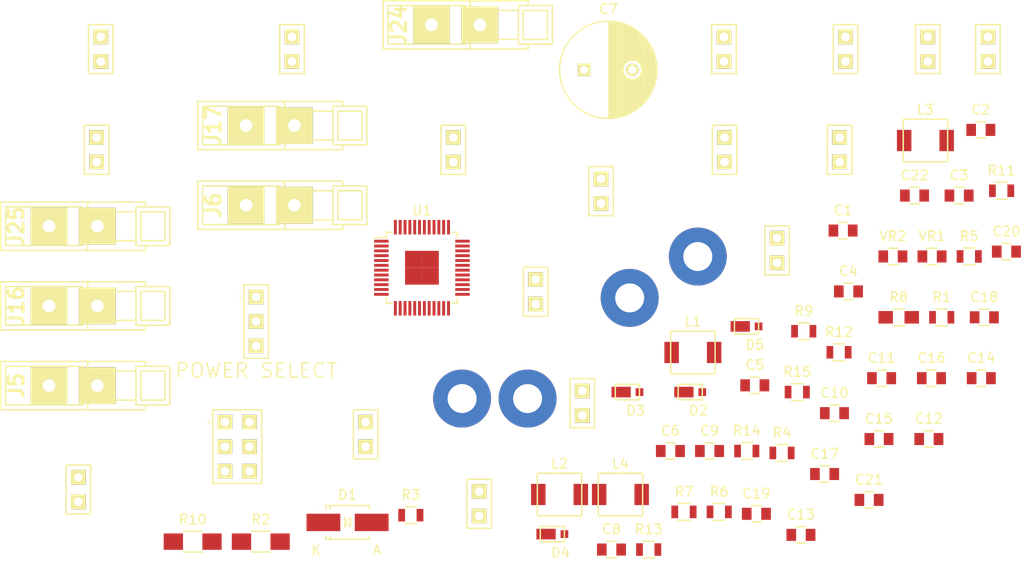
<source format=kicad_pcb>
(kicad_pcb (version 4) (host pcbnew 0.201603091917+6614~43~ubuntu15.10.1-product)

  (general
    (links 149)
    (no_connects 149)
    (area 0 0 0 0)
    (thickness 1.6)
    (drawings 0)
    (tracks 0)
    (zones 0)
    (modules 78)
    (nets 43)
  )

  (page A4)
  (title_block
    (title NAME)
    (date "%d. %m. %Y")
    (rev REV)
    (company "Mlab www.mlab.cz")
    (comment 1 VERSION)
    (comment 2 "Short description\\nTwo lines are maximum")
    (comment 3 "nickname <email@example.com>")
  )

  (layers
    (0 F.Cu signal)
    (31 B.Cu signal)
    (32 B.Adhes user)
    (33 F.Adhes user)
    (34 B.Paste user)
    (35 F.Paste user)
    (36 B.SilkS user)
    (37 F.SilkS user)
    (38 B.Mask user)
    (39 F.Mask user)
    (40 Dwgs.User user)
    (41 Cmts.User user)
    (42 Eco1.User user)
    (43 Eco2.User user)
    (44 Edge.Cuts user)
    (45 Margin user)
    (46 B.CrtYd user)
    (47 F.CrtYd user)
    (48 B.Fab user)
    (49 F.Fab user)
  )

  (setup
    (last_trace_width 0.25)
    (trace_clearance 0.2)
    (zone_clearance 0.508)
    (zone_45_only no)
    (trace_min 0.2)
    (segment_width 0.2)
    (edge_width 0.15)
    (via_size 0.6)
    (via_drill 0.4)
    (via_min_size 0.4)
    (via_min_drill 0.3)
    (uvia_size 0.3)
    (uvia_drill 0.1)
    (uvias_allowed no)
    (uvia_min_size 0.2)
    (uvia_min_drill 0.1)
    (pcb_text_width 0.3)
    (pcb_text_size 1.5 1.5)
    (mod_edge_width 0.15)
    (mod_text_size 1 1)
    (mod_text_width 0.15)
    (pad_size 1.524 1.524)
    (pad_drill 0.762)
    (pad_to_mask_clearance 0.2)
    (aux_axis_origin 0 0)
    (visible_elements FFFFFF7F)
    (pcbplotparams
      (layerselection 0x00030_80000001)
      (usegerberextensions false)
      (excludeedgelayer true)
      (linewidth 0.150000)
      (plotframeref false)
      (viasonmask false)
      (mode 1)
      (useauxorigin false)
      (hpglpennumber 1)
      (hpglpenspeed 20)
      (hpglpendiameter 15)
      (psnegative false)
      (psa4output false)
      (plotreference true)
      (plotvalue true)
      (plotinvisibletext false)
      (padsonsilk false)
      (subtractmaskfromsilk false)
      (outputformat 1)
      (mirror false)
      (drillshape 1)
      (scaleselection 1)
      (outputdirectory ""))
  )

  (net 0 "")
  (net 1 VCOM)
  (net 2 GNDA)
  (net 3 VSS)
  (net 4 +5V)
  (net 5 "Net-(C8-Pad1)")
  (net 6 "Net-(C9-Pad1)")
  (net 7 "Net-(C10-Pad1)")
  (net 8 "Net-(C10-Pad2)")
  (net 9 "Net-(C11-Pad1)")
  (net 10 "Net-(C12-Pad1)")
  (net 11 "Net-(C13-Pad1)")
  (net 12 "Net-(C14-Pad1)")
  (net 13 "Net-(C15-Pad2)")
  (net 14 "Net-(C16-Pad1)")
  (net 15 "Net-(C17-Pad2)")
  (net 16 "Net-(C18-Pad2)")
  (net 17 "Net-(C19-Pad1)")
  (net 18 "Net-(C20-Pad2)")
  (net 19 "Net-(C21-Pad1)")
  (net 20 "Net-(C22-Pad1)")
  (net 21 "Net-(D2-Pad1)")
  (net 22 "Net-(D3-Pad1)")
  (net 23 "Net-(D4-Pad1)")
  (net 24 "Net-(D5-Pad1)")
  (net 25 "Net-(J4-Pad1)")
  (net 26 "Net-(J7-Pad1)")
  (net 27 "Net-(J8-Pad1)")
  (net 28 "Net-(J9-Pad1)")
  (net 29 "Net-(J10-Pad1)")
  (net 30 "Net-(J11-Pad1)")
  (net 31 "Net-(J12-Pad1)")
  (net 32 "Net-(J13-Pad1)")
  (net 33 "Net-(J14-Pad1)")
  (net 34 "Net-(J15-Pad1)")
  (net 35 VCC)
  (net 36 "Net-(J19-Pad2)")
  (net 37 "Net-(J20-Pad1)")
  (net 38 "Net-(J21-Pad1)")
  (net 39 "Net-(J22-Pad2)")
  (net 40 "Net-(J23-Pad1)")
  (net 41 "Net-(R5-Pad1)")
  (net 42 "Net-(R6-Pad1)")

  (net_class Default "This is the default net class."
    (clearance 0.2)
    (trace_width 0.25)
    (via_dia 0.6)
    (via_drill 0.4)
    (uvia_dia 0.3)
    (uvia_drill 0.1)
    (add_net +5V)
    (add_net GNDA)
    (add_net "Net-(C10-Pad1)")
    (add_net "Net-(C10-Pad2)")
    (add_net "Net-(C11-Pad1)")
    (add_net "Net-(C12-Pad1)")
    (add_net "Net-(C13-Pad1)")
    (add_net "Net-(C14-Pad1)")
    (add_net "Net-(C15-Pad2)")
    (add_net "Net-(C16-Pad1)")
    (add_net "Net-(C17-Pad2)")
    (add_net "Net-(C18-Pad2)")
    (add_net "Net-(C19-Pad1)")
    (add_net "Net-(C20-Pad2)")
    (add_net "Net-(C21-Pad1)")
    (add_net "Net-(C22-Pad1)")
    (add_net "Net-(C8-Pad1)")
    (add_net "Net-(C9-Pad1)")
    (add_net "Net-(D2-Pad1)")
    (add_net "Net-(D3-Pad1)")
    (add_net "Net-(D4-Pad1)")
    (add_net "Net-(D5-Pad1)")
    (add_net "Net-(J10-Pad1)")
    (add_net "Net-(J11-Pad1)")
    (add_net "Net-(J12-Pad1)")
    (add_net "Net-(J13-Pad1)")
    (add_net "Net-(J14-Pad1)")
    (add_net "Net-(J15-Pad1)")
    (add_net "Net-(J19-Pad2)")
    (add_net "Net-(J20-Pad1)")
    (add_net "Net-(J21-Pad1)")
    (add_net "Net-(J22-Pad2)")
    (add_net "Net-(J23-Pad1)")
    (add_net "Net-(J4-Pad1)")
    (add_net "Net-(J7-Pad1)")
    (add_net "Net-(J8-Pad1)")
    (add_net "Net-(J9-Pad1)")
    (add_net "Net-(R5-Pad1)")
    (add_net "Net-(R6-Pad1)")
    (add_net VCC)
    (add_net VCOM)
    (add_net VSS)
  )

  (module Capacitors_SMD:C_0805 (layer F.Cu) (tedit 5415D6EA) (tstamp 56E2EE99)
    (at 187.96564 91.980094)
    (descr "Capacitor SMD 0805, reflow soldering, AVX (see smccp.pdf)")
    (tags "capacitor 0805")
    (path /55623093)
    (attr smd)
    (fp_text reference C1 (at 0 -2.1) (layer F.SilkS)
      (effects (font (size 1 1) (thickness 0.15)))
    )
    (fp_text value 4u7 (at 0 2.1) (layer F.Fab)
      (effects (font (size 1 1) (thickness 0.15)))
    )
    (fp_line (start -1.8 -1) (end 1.8 -1) (layer F.CrtYd) (width 0.05))
    (fp_line (start -1.8 1) (end 1.8 1) (layer F.CrtYd) (width 0.05))
    (fp_line (start -1.8 -1) (end -1.8 1) (layer F.CrtYd) (width 0.05))
    (fp_line (start 1.8 -1) (end 1.8 1) (layer F.CrtYd) (width 0.05))
    (fp_line (start 0.5 -0.85) (end -0.5 -0.85) (layer F.SilkS) (width 0.15))
    (fp_line (start -0.5 0.85) (end 0.5 0.85) (layer F.SilkS) (width 0.15))
    (pad 1 smd rect (at -1 0) (size 1 1.25) (layers F.Cu F.Paste F.Mask)
      (net 1 VCOM))
    (pad 2 smd rect (at 1 0) (size 1 1.25) (layers F.Cu F.Paste F.Mask)
      (net 2 GNDA))
    (model Capacitors_SMD.3dshapes/C_0805.wrl
      (at (xyz 0 0 0))
      (scale (xyz 1 1 1))
      (rotate (xyz 0 0 0))
    )
  )

  (module Capacitors_SMD:C_0805 (layer F.Cu) (tedit 5415D6EA) (tstamp 56E2EE9F)
    (at 202.225163 81.560094)
    (descr "Capacitor SMD 0805, reflow soldering, AVX (see smccp.pdf)")
    (tags "capacitor 0805")
    (path /5562302C)
    (attr smd)
    (fp_text reference C2 (at 0 -2.1) (layer F.SilkS)
      (effects (font (size 1 1) (thickness 0.15)))
    )
    (fp_text value 100nF (at 0 2.1) (layer F.Fab)
      (effects (font (size 1 1) (thickness 0.15)))
    )
    (fp_line (start -1.8 -1) (end 1.8 -1) (layer F.CrtYd) (width 0.05))
    (fp_line (start -1.8 1) (end 1.8 1) (layer F.CrtYd) (width 0.05))
    (fp_line (start -1.8 -1) (end -1.8 1) (layer F.CrtYd) (width 0.05))
    (fp_line (start 1.8 -1) (end 1.8 1) (layer F.CrtYd) (width 0.05))
    (fp_line (start 0.5 -0.85) (end -0.5 -0.85) (layer F.SilkS) (width 0.15))
    (fp_line (start -0.5 0.85) (end 0.5 0.85) (layer F.SilkS) (width 0.15))
    (pad 1 smd rect (at -1 0) (size 1 1.25) (layers F.Cu F.Paste F.Mask)
      (net 1 VCOM))
    (pad 2 smd rect (at 1 0) (size 1 1.25) (layers F.Cu F.Paste F.Mask)
      (net 2 GNDA))
    (model Capacitors_SMD.3dshapes/C_0805.wrl
      (at (xyz 0 0 0))
      (scale (xyz 1 1 1))
      (rotate (xyz 0 0 0))
    )
  )

  (module Capacitors_SMD:C_0805 (layer F.Cu) (tedit 5415D6EA) (tstamp 56E2EEA5)
    (at 199.975163 88.360094)
    (descr "Capacitor SMD 0805, reflow soldering, AVX (see smccp.pdf)")
    (tags "capacitor 0805")
    (path /56E2E3C7)
    (attr smd)
    (fp_text reference C3 (at 0 -2.1) (layer F.SilkS)
      (effects (font (size 1 1) (thickness 0.15)))
    )
    (fp_text value 100nF (at 0 2.1) (layer F.Fab)
      (effects (font (size 1 1) (thickness 0.15)))
    )
    (fp_line (start -1.8 -1) (end 1.8 -1) (layer F.CrtYd) (width 0.05))
    (fp_line (start -1.8 1) (end 1.8 1) (layer F.CrtYd) (width 0.05))
    (fp_line (start -1.8 -1) (end -1.8 1) (layer F.CrtYd) (width 0.05))
    (fp_line (start 1.8 -1) (end 1.8 1) (layer F.CrtYd) (width 0.05))
    (fp_line (start 0.5 -0.85) (end -0.5 -0.85) (layer F.SilkS) (width 0.15))
    (fp_line (start -0.5 0.85) (end 0.5 0.85) (layer F.SilkS) (width 0.15))
    (pad 1 smd rect (at -1 0) (size 1 1.25) (layers F.Cu F.Paste F.Mask)
      (net 3 VSS))
    (pad 2 smd rect (at 1 0) (size 1 1.25) (layers F.Cu F.Paste F.Mask)
      (net 2 GNDA))
    (model Capacitors_SMD.3dshapes/C_0805.wrl
      (at (xyz 0 0 0))
      (scale (xyz 1 1 1))
      (rotate (xyz 0 0 0))
    )
  )

  (module Capacitors_SMD:C_0805 (layer F.Cu) (tedit 5415D6EA) (tstamp 56E2EEAB)
    (at 188.525163 98.280094)
    (descr "Capacitor SMD 0805, reflow soldering, AVX (see smccp.pdf)")
    (tags "capacitor 0805")
    (path /56E2DEDA)
    (attr smd)
    (fp_text reference C4 (at 0 -2.1) (layer F.SilkS)
      (effects (font (size 1 1) (thickness 0.15)))
    )
    (fp_text value 100nF (at 0 2.1) (layer F.Fab)
      (effects (font (size 1 1) (thickness 0.15)))
    )
    (fp_line (start -1.8 -1) (end 1.8 -1) (layer F.CrtYd) (width 0.05))
    (fp_line (start -1.8 1) (end 1.8 1) (layer F.CrtYd) (width 0.05))
    (fp_line (start -1.8 -1) (end -1.8 1) (layer F.CrtYd) (width 0.05))
    (fp_line (start 1.8 -1) (end 1.8 1) (layer F.CrtYd) (width 0.05))
    (fp_line (start 0.5 -0.85) (end -0.5 -0.85) (layer F.SilkS) (width 0.15))
    (fp_line (start -0.5 0.85) (end 0.5 0.85) (layer F.SilkS) (width 0.15))
    (pad 1 smd rect (at -1 0) (size 1 1.25) (layers F.Cu F.Paste F.Mask)
      (net 1 VCOM))
    (pad 2 smd rect (at 1 0) (size 1 1.25) (layers F.Cu F.Paste F.Mask)
      (net 2 GNDA))
    (model Capacitors_SMD.3dshapes/C_0805.wrl
      (at (xyz 0 0 0))
      (scale (xyz 1 1 1))
      (rotate (xyz 0 0 0))
    )
  )

  (module Capacitors_SMD:C_0805 (layer F.Cu) (tedit 5415D6EA) (tstamp 56E2EEB1)
    (at 178.825163 108.000094)
    (descr "Capacitor SMD 0805, reflow soldering, AVX (see smccp.pdf)")
    (tags "capacitor 0805")
    (path /56E2E434)
    (attr smd)
    (fp_text reference C5 (at 0 -2.1) (layer F.SilkS)
      (effects (font (size 1 1) (thickness 0.15)))
    )
    (fp_text value 100nF (at 0 2.1) (layer F.Fab)
      (effects (font (size 1 1) (thickness 0.15)))
    )
    (fp_line (start -1.8 -1) (end 1.8 -1) (layer F.CrtYd) (width 0.05))
    (fp_line (start -1.8 1) (end 1.8 1) (layer F.CrtYd) (width 0.05))
    (fp_line (start -1.8 -1) (end -1.8 1) (layer F.CrtYd) (width 0.05))
    (fp_line (start 1.8 -1) (end 1.8 1) (layer F.CrtYd) (width 0.05))
    (fp_line (start 0.5 -0.85) (end -0.5 -0.85) (layer F.SilkS) (width 0.15))
    (fp_line (start -0.5 0.85) (end 0.5 0.85) (layer F.SilkS) (width 0.15))
    (pad 1 smd rect (at -1 0) (size 1 1.25) (layers F.Cu F.Paste F.Mask)
      (net 3 VSS))
    (pad 2 smd rect (at 1 0) (size 1 1.25) (layers F.Cu F.Paste F.Mask)
      (net 2 GNDA))
    (model Capacitors_SMD.3dshapes/C_0805.wrl
      (at (xyz 0 0 0))
      (scale (xyz 1 1 1))
      (rotate (xyz 0 0 0))
    )
  )

  (module Capacitors_SMD:C_0805 (layer F.Cu) (tedit 5415D6EA) (tstamp 56E2EEB7)
    (at 170.09564 114.800094)
    (descr "Capacitor SMD 0805, reflow soldering, AVX (see smccp.pdf)")
    (tags "capacitor 0805")
    (path /56E2DB08)
    (attr smd)
    (fp_text reference C6 (at 0 -2.1) (layer F.SilkS)
      (effects (font (size 1 1) (thickness 0.15)))
    )
    (fp_text value 4u7 (at 0 2.1) (layer F.Fab)
      (effects (font (size 1 1) (thickness 0.15)))
    )
    (fp_line (start -1.8 -1) (end 1.8 -1) (layer F.CrtYd) (width 0.05))
    (fp_line (start -1.8 1) (end 1.8 1) (layer F.CrtYd) (width 0.05))
    (fp_line (start -1.8 -1) (end -1.8 1) (layer F.CrtYd) (width 0.05))
    (fp_line (start 1.8 -1) (end 1.8 1) (layer F.CrtYd) (width 0.05))
    (fp_line (start 0.5 -0.85) (end -0.5 -0.85) (layer F.SilkS) (width 0.15))
    (fp_line (start -0.5 0.85) (end 0.5 0.85) (layer F.SilkS) (width 0.15))
    (pad 1 smd rect (at -1 0) (size 1 1.25) (layers F.Cu F.Paste F.Mask)
      (net 4 +5V))
    (pad 2 smd rect (at 1 0) (size 1 1.25) (layers F.Cu F.Paste F.Mask)
      (net 2 GNDA))
    (model Capacitors_SMD.3dshapes/C_0805.wrl
      (at (xyz 0 0 0))
      (scale (xyz 1 1 1))
      (rotate (xyz 0 0 0))
    )
  )

  (module Capacitors_ThroughHole:C_Radial_D10_L13_P5 (layer F.Cu) (tedit 0) (tstamp 56E2EEBD)
    (at 161.16564 75.340094)
    (descr "Radial Electrolytic Capacitor Diameter 10mm x Length 13mm, Pitch 5mm")
    (tags "Electrolytic Capacitor")
    (path /56E491D6)
    (fp_text reference C7 (at 2.5 -6.3) (layer F.SilkS)
      (effects (font (size 1 1) (thickness 0.15)))
    )
    (fp_text value 100uF/50V (at 2.5 6.3) (layer F.Fab)
      (effects (font (size 1 1) (thickness 0.15)))
    )
    (fp_line (start 2.575 -4.999) (end 2.575 4.999) (layer F.SilkS) (width 0.15))
    (fp_line (start 2.715 -4.995) (end 2.715 4.995) (layer F.SilkS) (width 0.15))
    (fp_line (start 2.855 -4.987) (end 2.855 4.987) (layer F.SilkS) (width 0.15))
    (fp_line (start 2.995 -4.975) (end 2.995 4.975) (layer F.SilkS) (width 0.15))
    (fp_line (start 3.135 -4.96) (end 3.135 4.96) (layer F.SilkS) (width 0.15))
    (fp_line (start 3.275 -4.94) (end 3.275 4.94) (layer F.SilkS) (width 0.15))
    (fp_line (start 3.415 -4.916) (end 3.415 4.916) (layer F.SilkS) (width 0.15))
    (fp_line (start 3.555 -4.887) (end 3.555 4.887) (layer F.SilkS) (width 0.15))
    (fp_line (start 3.695 -4.855) (end 3.695 4.855) (layer F.SilkS) (width 0.15))
    (fp_line (start 3.835 -4.818) (end 3.835 4.818) (layer F.SilkS) (width 0.15))
    (fp_line (start 3.975 -4.777) (end 3.975 4.777) (layer F.SilkS) (width 0.15))
    (fp_line (start 4.115 -4.732) (end 4.115 -0.466) (layer F.SilkS) (width 0.15))
    (fp_line (start 4.115 0.466) (end 4.115 4.732) (layer F.SilkS) (width 0.15))
    (fp_line (start 4.255 -4.682) (end 4.255 -0.667) (layer F.SilkS) (width 0.15))
    (fp_line (start 4.255 0.667) (end 4.255 4.682) (layer F.SilkS) (width 0.15))
    (fp_line (start 4.395 -4.627) (end 4.395 -0.796) (layer F.SilkS) (width 0.15))
    (fp_line (start 4.395 0.796) (end 4.395 4.627) (layer F.SilkS) (width 0.15))
    (fp_line (start 4.535 -4.567) (end 4.535 -0.885) (layer F.SilkS) (width 0.15))
    (fp_line (start 4.535 0.885) (end 4.535 4.567) (layer F.SilkS) (width 0.15))
    (fp_line (start 4.675 -4.502) (end 4.675 -0.946) (layer F.SilkS) (width 0.15))
    (fp_line (start 4.675 0.946) (end 4.675 4.502) (layer F.SilkS) (width 0.15))
    (fp_line (start 4.815 -4.432) (end 4.815 -0.983) (layer F.SilkS) (width 0.15))
    (fp_line (start 4.815 0.983) (end 4.815 4.432) (layer F.SilkS) (width 0.15))
    (fp_line (start 4.955 -4.356) (end 4.955 -0.999) (layer F.SilkS) (width 0.15))
    (fp_line (start 4.955 0.999) (end 4.955 4.356) (layer F.SilkS) (width 0.15))
    (fp_line (start 5.095 -4.274) (end 5.095 -0.995) (layer F.SilkS) (width 0.15))
    (fp_line (start 5.095 0.995) (end 5.095 4.274) (layer F.SilkS) (width 0.15))
    (fp_line (start 5.235 -4.186) (end 5.235 -0.972) (layer F.SilkS) (width 0.15))
    (fp_line (start 5.235 0.972) (end 5.235 4.186) (layer F.SilkS) (width 0.15))
    (fp_line (start 5.375 -4.091) (end 5.375 -0.927) (layer F.SilkS) (width 0.15))
    (fp_line (start 5.375 0.927) (end 5.375 4.091) (layer F.SilkS) (width 0.15))
    (fp_line (start 5.515 -3.989) (end 5.515 -0.857) (layer F.SilkS) (width 0.15))
    (fp_line (start 5.515 0.857) (end 5.515 3.989) (layer F.SilkS) (width 0.15))
    (fp_line (start 5.655 -3.879) (end 5.655 -0.756) (layer F.SilkS) (width 0.15))
    (fp_line (start 5.655 0.756) (end 5.655 3.879) (layer F.SilkS) (width 0.15))
    (fp_line (start 5.795 -3.761) (end 5.795 -0.607) (layer F.SilkS) (width 0.15))
    (fp_line (start 5.795 0.607) (end 5.795 3.761) (layer F.SilkS) (width 0.15))
    (fp_line (start 5.935 -3.633) (end 5.935 -0.355) (layer F.SilkS) (width 0.15))
    (fp_line (start 5.935 0.355) (end 5.935 3.633) (layer F.SilkS) (width 0.15))
    (fp_line (start 6.075 -3.496) (end 6.075 3.496) (layer F.SilkS) (width 0.15))
    (fp_line (start 6.215 -3.346) (end 6.215 3.346) (layer F.SilkS) (width 0.15))
    (fp_line (start 6.355 -3.184) (end 6.355 3.184) (layer F.SilkS) (width 0.15))
    (fp_line (start 6.495 -3.007) (end 6.495 3.007) (layer F.SilkS) (width 0.15))
    (fp_line (start 6.635 -2.811) (end 6.635 2.811) (layer F.SilkS) (width 0.15))
    (fp_line (start 6.775 -2.593) (end 6.775 2.593) (layer F.SilkS) (width 0.15))
    (fp_line (start 6.915 -2.347) (end 6.915 2.347) (layer F.SilkS) (width 0.15))
    (fp_line (start 7.055 -2.062) (end 7.055 2.062) (layer F.SilkS) (width 0.15))
    (fp_line (start 7.195 -1.72) (end 7.195 1.72) (layer F.SilkS) (width 0.15))
    (fp_line (start 7.335 -1.274) (end 7.335 1.274) (layer F.SilkS) (width 0.15))
    (fp_line (start 7.475 -0.499) (end 7.475 0.499) (layer F.SilkS) (width 0.15))
    (fp_circle (center 5 0) (end 5 -1) (layer F.SilkS) (width 0.15))
    (fp_circle (center 2.5 0) (end 2.5 -5.0375) (layer F.SilkS) (width 0.15))
    (fp_circle (center 2.5 0) (end 2.5 -5.3) (layer F.CrtYd) (width 0.05))
    (pad 1 thru_hole rect (at 0 0) (size 1.3 1.3) (drill 0.8) (layers *.Cu *.Mask F.SilkS)
      (net 3 VSS))
    (pad 2 thru_hole circle (at 5 0) (size 1.3 1.3) (drill 0.8) (layers *.Cu *.Mask F.SilkS)
      (net 2 GNDA))
    (model Capacitors_ThroughHole.3dshapes/C_Radial_D10_L13_P5.wrl
      (at (xyz 0.0984252 0 0))
      (scale (xyz 1 1 1))
      (rotate (xyz 0 0 90))
    )
  )

  (module Capacitors_SMD:C_0805 (layer F.Cu) (tedit 5415D6EA) (tstamp 56E2EEC3)
    (at 163.99564 125.000094)
    (descr "Capacitor SMD 0805, reflow soldering, AVX (see smccp.pdf)")
    (tags "capacitor 0805")
    (path /56E2E747)
    (attr smd)
    (fp_text reference C8 (at 0 -2.1) (layer F.SilkS)
      (effects (font (size 1 1) (thickness 0.15)))
    )
    (fp_text value 1nF (at 0 2.1) (layer F.Fab)
      (effects (font (size 1 1) (thickness 0.15)))
    )
    (fp_line (start -1.8 -1) (end 1.8 -1) (layer F.CrtYd) (width 0.05))
    (fp_line (start -1.8 1) (end 1.8 1) (layer F.CrtYd) (width 0.05))
    (fp_line (start -1.8 -1) (end -1.8 1) (layer F.CrtYd) (width 0.05))
    (fp_line (start 1.8 -1) (end 1.8 1) (layer F.CrtYd) (width 0.05))
    (fp_line (start 0.5 -0.85) (end -0.5 -0.85) (layer F.SilkS) (width 0.15))
    (fp_line (start -0.5 0.85) (end 0.5 0.85) (layer F.SilkS) (width 0.15))
    (pad 1 smd rect (at -1 0) (size 1 1.25) (layers F.Cu F.Paste F.Mask)
      (net 5 "Net-(C8-Pad1)"))
    (pad 2 smd rect (at 1 0) (size 1 1.25) (layers F.Cu F.Paste F.Mask)
      (net 2 GNDA))
    (model Capacitors_SMD.3dshapes/C_0805.wrl
      (at (xyz 0 0 0))
      (scale (xyz 1 1 1))
      (rotate (xyz 0 0 0))
    )
  )

  (module Capacitors_SMD:C_0805 (layer F.Cu) (tedit 5415D6EA) (tstamp 56E2EEC9)
    (at 174.14564 114.800094)
    (descr "Capacitor SMD 0805, reflow soldering, AVX (see smccp.pdf)")
    (tags "capacitor 0805")
    (path /56E2E8FF)
    (attr smd)
    (fp_text reference C9 (at 0 -2.1) (layer F.SilkS)
      (effects (font (size 1 1) (thickness 0.15)))
    )
    (fp_text value 1nF (at 0 2.1) (layer F.Fab)
      (effects (font (size 1 1) (thickness 0.15)))
    )
    (fp_line (start -1.8 -1) (end 1.8 -1) (layer F.CrtYd) (width 0.05))
    (fp_line (start -1.8 1) (end 1.8 1) (layer F.CrtYd) (width 0.05))
    (fp_line (start -1.8 -1) (end -1.8 1) (layer F.CrtYd) (width 0.05))
    (fp_line (start 1.8 -1) (end 1.8 1) (layer F.CrtYd) (width 0.05))
    (fp_line (start 0.5 -0.85) (end -0.5 -0.85) (layer F.SilkS) (width 0.15))
    (fp_line (start -0.5 0.85) (end 0.5 0.85) (layer F.SilkS) (width 0.15))
    (pad 1 smd rect (at -1 0) (size 1 1.25) (layers F.Cu F.Paste F.Mask)
      (net 6 "Net-(C9-Pad1)"))
    (pad 2 smd rect (at 1 0) (size 1 1.25) (layers F.Cu F.Paste F.Mask)
      (net 2 GNDA))
    (model Capacitors_SMD.3dshapes/C_0805.wrl
      (at (xyz 0 0 0))
      (scale (xyz 1 1 1))
      (rotate (xyz 0 0 0))
    )
  )

  (module Capacitors_SMD:C_0805 (layer F.Cu) (tedit 5415D6EA) (tstamp 56E2EECF)
    (at 187.07564 110.880094)
    (descr "Capacitor SMD 0805, reflow soldering, AVX (see smccp.pdf)")
    (tags "capacitor 0805")
    (path /56E2CE99)
    (attr smd)
    (fp_text reference C10 (at 0 -2.1) (layer F.SilkS)
      (effects (font (size 1 1) (thickness 0.15)))
    )
    (fp_text value 22n (at 0 2.1) (layer F.Fab)
      (effects (font (size 1 1) (thickness 0.15)))
    )
    (fp_line (start -1.8 -1) (end 1.8 -1) (layer F.CrtYd) (width 0.05))
    (fp_line (start -1.8 1) (end 1.8 1) (layer F.CrtYd) (width 0.05))
    (fp_line (start -1.8 -1) (end -1.8 1) (layer F.CrtYd) (width 0.05))
    (fp_line (start 1.8 -1) (end 1.8 1) (layer F.CrtYd) (width 0.05))
    (fp_line (start 0.5 -0.85) (end -0.5 -0.85) (layer F.SilkS) (width 0.15))
    (fp_line (start -0.5 0.85) (end 0.5 0.85) (layer F.SilkS) (width 0.15))
    (pad 1 smd rect (at -1 0) (size 1 1.25) (layers F.Cu F.Paste F.Mask)
      (net 7 "Net-(C10-Pad1)"))
    (pad 2 smd rect (at 1 0) (size 1 1.25) (layers F.Cu F.Paste F.Mask)
      (net 8 "Net-(C10-Pad2)"))
    (model Capacitors_SMD.3dshapes/C_0805.wrl
      (at (xyz 0 0 0))
      (scale (xyz 1 1 1))
      (rotate (xyz 0 0 0))
    )
  )

  (module Capacitors_SMD:C_0805 (layer F.Cu) (tedit 5415D6EA) (tstamp 56E2EED5)
    (at 191.955163 107.260094)
    (descr "Capacitor SMD 0805, reflow soldering, AVX (see smccp.pdf)")
    (tags "capacitor 0805")
    (path /56E4D3C0)
    (attr smd)
    (fp_text reference C11 (at 0 -2.1) (layer F.SilkS)
      (effects (font (size 1 1) (thickness 0.15)))
    )
    (fp_text value 100nF (at 0 2.1) (layer F.Fab)
      (effects (font (size 1 1) (thickness 0.15)))
    )
    (fp_line (start -1.8 -1) (end 1.8 -1) (layer F.CrtYd) (width 0.05))
    (fp_line (start -1.8 1) (end 1.8 1) (layer F.CrtYd) (width 0.05))
    (fp_line (start -1.8 -1) (end -1.8 1) (layer F.CrtYd) (width 0.05))
    (fp_line (start 1.8 -1) (end 1.8 1) (layer F.CrtYd) (width 0.05))
    (fp_line (start 0.5 -0.85) (end -0.5 -0.85) (layer F.SilkS) (width 0.15))
    (fp_line (start -0.5 0.85) (end 0.5 0.85) (layer F.SilkS) (width 0.15))
    (pad 1 smd rect (at -1 0) (size 1 1.25) (layers F.Cu F.Paste F.Mask)
      (net 9 "Net-(C11-Pad1)"))
    (pad 2 smd rect (at 1 0) (size 1 1.25) (layers F.Cu F.Paste F.Mask)
      (net 3 VSS))
    (model Capacitors_SMD.3dshapes/C_0805.wrl
      (at (xyz 0 0 0))
      (scale (xyz 1 1 1))
      (rotate (xyz 0 0 0))
    )
  )

  (module Capacitors_SMD:C_0805 (layer F.Cu) (tedit 5415D6EA) (tstamp 56E2EEDB)
    (at 196.845163 113.560094)
    (descr "Capacitor SMD 0805, reflow soldering, AVX (see smccp.pdf)")
    (tags "capacitor 0805")
    (path /56E590F6)
    (attr smd)
    (fp_text reference C12 (at 0 -2.1) (layer F.SilkS)
      (effects (font (size 1 1) (thickness 0.15)))
    )
    (fp_text value 470nF (at 0 2.1) (layer F.Fab)
      (effects (font (size 1 1) (thickness 0.15)))
    )
    (fp_line (start -1.8 -1) (end 1.8 -1) (layer F.CrtYd) (width 0.05))
    (fp_line (start -1.8 1) (end 1.8 1) (layer F.CrtYd) (width 0.05))
    (fp_line (start -1.8 -1) (end -1.8 1) (layer F.CrtYd) (width 0.05))
    (fp_line (start 1.8 -1) (end 1.8 1) (layer F.CrtYd) (width 0.05))
    (fp_line (start 0.5 -0.85) (end -0.5 -0.85) (layer F.SilkS) (width 0.15))
    (fp_line (start -0.5 0.85) (end 0.5 0.85) (layer F.SilkS) (width 0.15))
    (pad 1 smd rect (at -1 0) (size 1 1.25) (layers F.Cu F.Paste F.Mask)
      (net 10 "Net-(C12-Pad1)"))
    (pad 2 smd rect (at 1 0) (size 1 1.25) (layers F.Cu F.Paste F.Mask)
      (net 2 GNDA))
    (model Capacitors_SMD.3dshapes/C_0805.wrl
      (at (xyz 0 0 0))
      (scale (xyz 1 1 1))
      (rotate (xyz 0 0 0))
    )
  )

  (module Capacitors_SMD:C_0805 (layer F.Cu) (tedit 5415D6EA) (tstamp 56E2EEE1)
    (at 183.605163 123.480094)
    (descr "Capacitor SMD 0805, reflow soldering, AVX (see smccp.pdf)")
    (tags "capacitor 0805")
    (path /56E30369)
    (attr smd)
    (fp_text reference C13 (at 0 -2.1) (layer F.SilkS)
      (effects (font (size 1 1) (thickness 0.15)))
    )
    (fp_text value 100nF (at 0 2.1) (layer F.Fab)
      (effects (font (size 1 1) (thickness 0.15)))
    )
    (fp_line (start -1.8 -1) (end 1.8 -1) (layer F.CrtYd) (width 0.05))
    (fp_line (start -1.8 1) (end 1.8 1) (layer F.CrtYd) (width 0.05))
    (fp_line (start -1.8 -1) (end -1.8 1) (layer F.CrtYd) (width 0.05))
    (fp_line (start 1.8 -1) (end 1.8 1) (layer F.CrtYd) (width 0.05))
    (fp_line (start 0.5 -0.85) (end -0.5 -0.85) (layer F.SilkS) (width 0.15))
    (fp_line (start -0.5 0.85) (end 0.5 0.85) (layer F.SilkS) (width 0.15))
    (pad 1 smd rect (at -1 0) (size 1 1.25) (layers F.Cu F.Paste F.Mask)
      (net 11 "Net-(C13-Pad1)"))
    (pad 2 smd rect (at 1 0) (size 1 1.25) (layers F.Cu F.Paste F.Mask)
      (net 2 GNDA))
    (model Capacitors_SMD.3dshapes/C_0805.wrl
      (at (xyz 0 0 0))
      (scale (xyz 1 1 1))
      (rotate (xyz 0 0 0))
    )
  )

  (module Capacitors_SMD:C_0805 (layer F.Cu) (tedit 5415D6EA) (tstamp 56E2EEE7)
    (at 202.275163 107.260094)
    (descr "Capacitor SMD 0805, reflow soldering, AVX (see smccp.pdf)")
    (tags "capacitor 0805")
    (path /56E33D41)
    (attr smd)
    (fp_text reference C14 (at 0 -2.1) (layer F.SilkS)
      (effects (font (size 1 1) (thickness 0.15)))
    )
    (fp_text value 100nF (at 0 2.1) (layer F.Fab)
      (effects (font (size 1 1) (thickness 0.15)))
    )
    (fp_line (start -1.8 -1) (end 1.8 -1) (layer F.CrtYd) (width 0.05))
    (fp_line (start -1.8 1) (end 1.8 1) (layer F.CrtYd) (width 0.05))
    (fp_line (start -1.8 -1) (end -1.8 1) (layer F.CrtYd) (width 0.05))
    (fp_line (start 1.8 -1) (end 1.8 1) (layer F.CrtYd) (width 0.05))
    (fp_line (start 0.5 -0.85) (end -0.5 -0.85) (layer F.SilkS) (width 0.15))
    (fp_line (start -0.5 0.85) (end 0.5 0.85) (layer F.SilkS) (width 0.15))
    (pad 1 smd rect (at -1 0) (size 1 1.25) (layers F.Cu F.Paste F.Mask)
      (net 12 "Net-(C14-Pad1)"))
    (pad 2 smd rect (at 1 0) (size 1 1.25) (layers F.Cu F.Paste F.Mask)
      (net 2 GNDA))
    (model Capacitors_SMD.3dshapes/C_0805.wrl
      (at (xyz 0 0 0))
      (scale (xyz 1 1 1))
      (rotate (xyz 0 0 0))
    )
  )

  (module Capacitors_SMD:C_0805 (layer F.Cu) (tedit 5415D6EA) (tstamp 56E2EEED)
    (at 191.685163 113.560094)
    (descr "Capacitor SMD 0805, reflow soldering, AVX (see smccp.pdf)")
    (tags "capacitor 0805")
    (path /56E398C6)
    (attr smd)
    (fp_text reference C15 (at 0 -2.1) (layer F.SilkS)
      (effects (font (size 1 1) (thickness 0.15)))
    )
    (fp_text value 470pF (at 0 2.1) (layer F.Fab)
      (effects (font (size 1 1) (thickness 0.15)))
    )
    (fp_line (start -1.8 -1) (end 1.8 -1) (layer F.CrtYd) (width 0.05))
    (fp_line (start -1.8 1) (end 1.8 1) (layer F.CrtYd) (width 0.05))
    (fp_line (start -1.8 -1) (end -1.8 1) (layer F.CrtYd) (width 0.05))
    (fp_line (start 1.8 -1) (end 1.8 1) (layer F.CrtYd) (width 0.05))
    (fp_line (start 0.5 -0.85) (end -0.5 -0.85) (layer F.SilkS) (width 0.15))
    (fp_line (start -0.5 0.85) (end 0.5 0.85) (layer F.SilkS) (width 0.15))
    (pad 1 smd rect (at -1 0) (size 1 1.25) (layers F.Cu F.Paste F.Mask)
      (net 2 GNDA))
    (pad 2 smd rect (at 1 0) (size 1 1.25) (layers F.Cu F.Paste F.Mask)
      (net 13 "Net-(C15-Pad2)"))
    (model Capacitors_SMD.3dshapes/C_0805.wrl
      (at (xyz 0 0 0))
      (scale (xyz 1 1 1))
      (rotate (xyz 0 0 0))
    )
  )

  (module Capacitors_SMD:C_0805 (layer F.Cu) (tedit 5415D6EA) (tstamp 56E2EEF3)
    (at 197.115163 107.260094)
    (descr "Capacitor SMD 0805, reflow soldering, AVX (see smccp.pdf)")
    (tags "capacitor 0805")
    (path /56E3498C)
    (attr smd)
    (fp_text reference C16 (at 0 -2.1) (layer F.SilkS)
      (effects (font (size 1 1) (thickness 0.15)))
    )
    (fp_text value 470pF (at 0 2.1) (layer F.Fab)
      (effects (font (size 1 1) (thickness 0.15)))
    )
    (fp_line (start -1.8 -1) (end 1.8 -1) (layer F.CrtYd) (width 0.05))
    (fp_line (start -1.8 1) (end 1.8 1) (layer F.CrtYd) (width 0.05))
    (fp_line (start -1.8 -1) (end -1.8 1) (layer F.CrtYd) (width 0.05))
    (fp_line (start 1.8 -1) (end 1.8 1) (layer F.CrtYd) (width 0.05))
    (fp_line (start 0.5 -0.85) (end -0.5 -0.85) (layer F.SilkS) (width 0.15))
    (fp_line (start -0.5 0.85) (end 0.5 0.85) (layer F.SilkS) (width 0.15))
    (pad 1 smd rect (at -1 0) (size 1 1.25) (layers F.Cu F.Paste F.Mask)
      (net 14 "Net-(C16-Pad1)"))
    (pad 2 smd rect (at 1 0) (size 1 1.25) (layers F.Cu F.Paste F.Mask)
      (net 2 GNDA))
    (model Capacitors_SMD.3dshapes/C_0805.wrl
      (at (xyz 0 0 0))
      (scale (xyz 1 1 1))
      (rotate (xyz 0 0 0))
    )
  )

  (module Capacitors_SMD:C_0805 (layer F.Cu) (tedit 5415D6EA) (tstamp 56E2EEF9)
    (at 186.055163 117.180094)
    (descr "Capacitor SMD 0805, reflow soldering, AVX (see smccp.pdf)")
    (tags "capacitor 0805")
    (path /56E3470F)
    (attr smd)
    (fp_text reference C17 (at 0 -2.1) (layer F.SilkS)
      (effects (font (size 1 1) (thickness 0.15)))
    )
    (fp_text value 470pF (at 0 2.1) (layer F.Fab)
      (effects (font (size 1 1) (thickness 0.15)))
    )
    (fp_line (start -1.8 -1) (end 1.8 -1) (layer F.CrtYd) (width 0.05))
    (fp_line (start -1.8 1) (end 1.8 1) (layer F.CrtYd) (width 0.05))
    (fp_line (start -1.8 -1) (end -1.8 1) (layer F.CrtYd) (width 0.05))
    (fp_line (start 1.8 -1) (end 1.8 1) (layer F.CrtYd) (width 0.05))
    (fp_line (start 0.5 -0.85) (end -0.5 -0.85) (layer F.SilkS) (width 0.15))
    (fp_line (start -0.5 0.85) (end 0.5 0.85) (layer F.SilkS) (width 0.15))
    (pad 1 smd rect (at -1 0) (size 1 1.25) (layers F.Cu F.Paste F.Mask)
      (net 2 GNDA))
    (pad 2 smd rect (at 1 0) (size 1 1.25) (layers F.Cu F.Paste F.Mask)
      (net 15 "Net-(C17-Pad2)"))
    (model Capacitors_SMD.3dshapes/C_0805.wrl
      (at (xyz 0 0 0))
      (scale (xyz 1 1 1))
      (rotate (xyz 0 0 0))
    )
  )

  (module Capacitors_SMD:C_0805 (layer F.Cu) (tedit 5415D6EA) (tstamp 56E2EEFF)
    (at 202.585163 100.960094)
    (descr "Capacitor SMD 0805, reflow soldering, AVX (see smccp.pdf)")
    (tags "capacitor 0805")
    (path /56E3E90E)
    (attr smd)
    (fp_text reference C18 (at 0 -2.1) (layer F.SilkS)
      (effects (font (size 1 1) (thickness 0.15)))
    )
    (fp_text value 470pF (at 0 2.1) (layer F.Fab)
      (effects (font (size 1 1) (thickness 0.15)))
    )
    (fp_line (start -1.8 -1) (end 1.8 -1) (layer F.CrtYd) (width 0.05))
    (fp_line (start -1.8 1) (end 1.8 1) (layer F.CrtYd) (width 0.05))
    (fp_line (start -1.8 -1) (end -1.8 1) (layer F.CrtYd) (width 0.05))
    (fp_line (start 1.8 -1) (end 1.8 1) (layer F.CrtYd) (width 0.05))
    (fp_line (start 0.5 -0.85) (end -0.5 -0.85) (layer F.SilkS) (width 0.15))
    (fp_line (start -0.5 0.85) (end 0.5 0.85) (layer F.SilkS) (width 0.15))
    (pad 1 smd rect (at -1 0) (size 1 1.25) (layers F.Cu F.Paste F.Mask)
      (net 2 GNDA))
    (pad 2 smd rect (at 1 0) (size 1 1.25) (layers F.Cu F.Paste F.Mask)
      (net 16 "Net-(C18-Pad2)"))
    (model Capacitors_SMD.3dshapes/C_0805.wrl
      (at (xyz 0 0 0))
      (scale (xyz 1 1 1))
      (rotate (xyz 0 0 0))
    )
  )

  (module Capacitors_SMD:C_0805 (layer F.Cu) (tedit 5415D6EA) (tstamp 56E2EF05)
    (at 178.99564 121.300094)
    (descr "Capacitor SMD 0805, reflow soldering, AVX (see smccp.pdf)")
    (tags "capacitor 0805")
    (path /56E35318)
    (attr smd)
    (fp_text reference C19 (at 0 -2.1) (layer F.SilkS)
      (effects (font (size 1 1) (thickness 0.15)))
    )
    (fp_text value 4n7 (at 0 2.1) (layer F.Fab)
      (effects (font (size 1 1) (thickness 0.15)))
    )
    (fp_line (start -1.8 -1) (end 1.8 -1) (layer F.CrtYd) (width 0.05))
    (fp_line (start -1.8 1) (end 1.8 1) (layer F.CrtYd) (width 0.05))
    (fp_line (start -1.8 -1) (end -1.8 1) (layer F.CrtYd) (width 0.05))
    (fp_line (start 1.8 -1) (end 1.8 1) (layer F.CrtYd) (width 0.05))
    (fp_line (start 0.5 -0.85) (end -0.5 -0.85) (layer F.SilkS) (width 0.15))
    (fp_line (start -0.5 0.85) (end 0.5 0.85) (layer F.SilkS) (width 0.15))
    (pad 1 smd rect (at -1 0) (size 1 1.25) (layers F.Cu F.Paste F.Mask)
      (net 17 "Net-(C19-Pad1)"))
    (pad 2 smd rect (at 1 0) (size 1 1.25) (layers F.Cu F.Paste F.Mask)
      (net 2 GNDA))
    (model Capacitors_SMD.3dshapes/C_0805.wrl
      (at (xyz 0 0 0))
      (scale (xyz 1 1 1))
      (rotate (xyz 0 0 0))
    )
  )

  (module Capacitors_SMD:C_0805 (layer F.Cu) (tedit 5415D6EA) (tstamp 56E2EF0B)
    (at 204.87564 94.160094)
    (descr "Capacitor SMD 0805, reflow soldering, AVX (see smccp.pdf)")
    (tags "capacitor 0805")
    (path /56E34CB5)
    (attr smd)
    (fp_text reference C20 (at 0 -2.1) (layer F.SilkS)
      (effects (font (size 1 1) (thickness 0.15)))
    )
    (fp_text value 4n7 (at 0 2.1) (layer F.Fab)
      (effects (font (size 1 1) (thickness 0.15)))
    )
    (fp_line (start -1.8 -1) (end 1.8 -1) (layer F.CrtYd) (width 0.05))
    (fp_line (start -1.8 1) (end 1.8 1) (layer F.CrtYd) (width 0.05))
    (fp_line (start -1.8 -1) (end -1.8 1) (layer F.CrtYd) (width 0.05))
    (fp_line (start 1.8 -1) (end 1.8 1) (layer F.CrtYd) (width 0.05))
    (fp_line (start 0.5 -0.85) (end -0.5 -0.85) (layer F.SilkS) (width 0.15))
    (fp_line (start -0.5 0.85) (end 0.5 0.85) (layer F.SilkS) (width 0.15))
    (pad 1 smd rect (at -1 0) (size 1 1.25) (layers F.Cu F.Paste F.Mask)
      (net 2 GNDA))
    (pad 2 smd rect (at 1 0) (size 1 1.25) (layers F.Cu F.Paste F.Mask)
      (net 18 "Net-(C20-Pad2)"))
    (model Capacitors_SMD.3dshapes/C_0805.wrl
      (at (xyz 0 0 0))
      (scale (xyz 1 1 1))
      (rotate (xyz 0 0 0))
    )
  )

  (module Capacitors_SMD:C_0805 (layer F.Cu) (tedit 5415D6EA) (tstamp 56E2EF11)
    (at 190.65564 119.860094)
    (descr "Capacitor SMD 0805, reflow soldering, AVX (see smccp.pdf)")
    (tags "capacitor 0805")
    (path /56E39A9D)
    (attr smd)
    (fp_text reference C21 (at 0 -2.1) (layer F.SilkS)
      (effects (font (size 1 1) (thickness 0.15)))
    )
    (fp_text value 4n7 (at 0 2.1) (layer F.Fab)
      (effects (font (size 1 1) (thickness 0.15)))
    )
    (fp_line (start -1.8 -1) (end 1.8 -1) (layer F.CrtYd) (width 0.05))
    (fp_line (start -1.8 1) (end 1.8 1) (layer F.CrtYd) (width 0.05))
    (fp_line (start -1.8 -1) (end -1.8 1) (layer F.CrtYd) (width 0.05))
    (fp_line (start 1.8 -1) (end 1.8 1) (layer F.CrtYd) (width 0.05))
    (fp_line (start 0.5 -0.85) (end -0.5 -0.85) (layer F.SilkS) (width 0.15))
    (fp_line (start -0.5 0.85) (end 0.5 0.85) (layer F.SilkS) (width 0.15))
    (pad 1 smd rect (at -1 0) (size 1 1.25) (layers F.Cu F.Paste F.Mask)
      (net 19 "Net-(C21-Pad1)"))
    (pad 2 smd rect (at 1 0) (size 1 1.25) (layers F.Cu F.Paste F.Mask)
      (net 13 "Net-(C15-Pad2)"))
    (model Capacitors_SMD.3dshapes/C_0805.wrl
      (at (xyz 0 0 0))
      (scale (xyz 1 1 1))
      (rotate (xyz 0 0 0))
    )
  )

  (module Capacitors_SMD:C_0805 (layer F.Cu) (tedit 5415D6EA) (tstamp 56E2EF17)
    (at 195.36564 88.360094)
    (descr "Capacitor SMD 0805, reflow soldering, AVX (see smccp.pdf)")
    (tags "capacitor 0805")
    (path /56E3E914)
    (attr smd)
    (fp_text reference C22 (at 0 -2.1) (layer F.SilkS)
      (effects (font (size 1 1) (thickness 0.15)))
    )
    (fp_text value 4n7 (at 0 2.1) (layer F.Fab)
      (effects (font (size 1 1) (thickness 0.15)))
    )
    (fp_line (start -1.8 -1) (end 1.8 -1) (layer F.CrtYd) (width 0.05))
    (fp_line (start -1.8 1) (end 1.8 1) (layer F.CrtYd) (width 0.05))
    (fp_line (start -1.8 -1) (end -1.8 1) (layer F.CrtYd) (width 0.05))
    (fp_line (start 1.8 -1) (end 1.8 1) (layer F.CrtYd) (width 0.05))
    (fp_line (start 0.5 -0.85) (end -0.5 -0.85) (layer F.SilkS) (width 0.15))
    (fp_line (start -0.5 0.85) (end 0.5 0.85) (layer F.SilkS) (width 0.15))
    (pad 1 smd rect (at -1 0) (size 1 1.25) (layers F.Cu F.Paste F.Mask)
      (net 20 "Net-(C22-Pad1)"))
    (pad 2 smd rect (at 1 0) (size 1 1.25) (layers F.Cu F.Paste F.Mask)
      (net 16 "Net-(C18-Pad2)"))
    (model Capacitors_SMD.3dshapes/C_0805.wrl
      (at (xyz 0 0 0))
      (scale (xyz 1 1 1))
      (rotate (xyz 0 0 0))
    )
  )

  (module Diodes_SMD:SMA_Handsoldering (layer F.Cu) (tedit 552FF1AB) (tstamp 56E2EF1D)
    (at 136.67564 122.190094)
    (descr "Diode SMA Handsoldering")
    (tags "Diode SMA Handsoldering")
    (path /55622FB7)
    (attr smd)
    (fp_text reference D1 (at 0 -2.85) (layer F.SilkS)
      (effects (font (size 1 1) (thickness 0.15)))
    )
    (fp_text value M4 (at 0.05 4.4) (layer F.Fab)
      (effects (font (size 1 1) (thickness 0.15)))
    )
    (fp_line (start -4.5 -2) (end 4.5 -2) (layer F.CrtYd) (width 0.05))
    (fp_line (start 4.5 -2) (end 4.5 2) (layer F.CrtYd) (width 0.05))
    (fp_line (start 4.5 2) (end -4.5 2) (layer F.CrtYd) (width 0.05))
    (fp_line (start -4.5 2) (end -4.5 -2) (layer F.CrtYd) (width 0.05))
    (fp_line (start -0.25 0) (end 0.3 -0.45) (layer F.SilkS) (width 0.15))
    (fp_line (start 0.3 -0.45) (end 0.3 0.45) (layer F.SilkS) (width 0.15))
    (fp_line (start 0.3 0.45) (end -0.25 0) (layer F.SilkS) (width 0.15))
    (fp_line (start -0.25 -0.55) (end -0.25 0.55) (layer F.SilkS) (width 0.15))
    (fp_text user K (at -3.25 2.9) (layer F.SilkS)
      (effects (font (size 1 1) (thickness 0.15)))
    )
    (fp_text user A (at 3.05 2.85) (layer F.SilkS)
      (effects (font (size 1 1) (thickness 0.15)))
    )
    (fp_line (start -1.79914 1.75006) (end -1.79914 1.39954) (layer F.SilkS) (width 0.15))
    (fp_line (start -1.79914 -1.75006) (end -1.79914 -1.39954) (layer F.SilkS) (width 0.15))
    (fp_line (start 2.25044 1.75006) (end 2.25044 1.39954) (layer F.SilkS) (width 0.15))
    (fp_line (start -2.25044 1.75006) (end -2.25044 1.39954) (layer F.SilkS) (width 0.15))
    (fp_line (start -2.25044 -1.75006) (end -2.25044 -1.39954) (layer F.SilkS) (width 0.15))
    (fp_line (start 2.25044 -1.75006) (end 2.25044 -1.39954) (layer F.SilkS) (width 0.15))
    (fp_line (start -2.25044 1.75006) (end 2.25044 1.75006) (layer F.SilkS) (width 0.15))
    (fp_line (start -2.25044 -1.75006) (end 2.25044 -1.75006) (layer F.SilkS) (width 0.15))
    (pad 1 smd rect (at -2.49936 0) (size 3.50012 1.80086) (layers F.Cu F.Paste F.Mask)
      (net 1 VCOM))
    (pad 2 smd rect (at 2.49936 0) (size 3.50012 1.80086) (layers F.Cu F.Paste F.Mask)
      (net 2 GNDA))
    (model Diodes_SMD.3dshapes/SMA_Handsoldering.wrl
      (at (xyz 0 0 0))
      (scale (xyz 0.3937 0.3937 0.3937))
      (rotate (xyz 0 0 180))
    )
  )

  (module HBSTEP02A:SCHOT_D_MSS1P6 (layer F.Cu) (tedit 56E2C3FF) (tstamp 56E2EF23)
    (at 172.991829 108.700094)
    (path /56E31B91)
    (fp_text reference D2 (at 0 1.9) (layer F.SilkS)
      (effects (font (size 1 1) (thickness 0.15)))
    )
    (fp_text value MSS1P6 (at 0 -0.5) (layer F.Fab)
      (effects (font (size 1 1) (thickness 0.15)))
    )
    (fp_line (start 0.4 0.8) (end 0.4 -0.8) (layer F.SilkS) (width 0.15))
    (fp_line (start -2.1 0.8) (end 0.4 0.8) (layer F.SilkS) (width 0.15))
    (fp_line (start -2.1 0.7) (end -2.1 0.8) (layer F.SilkS) (width 0.15))
    (fp_line (start -2.1 -0.8) (end -2.1 0.7) (layer F.SilkS) (width 0.15))
    (fp_line (start -2 -0.8) (end -2.1 -0.8) (layer F.SilkS) (width 0.15))
    (fp_line (start 0.3 -0.8) (end 0.4 -0.8) (layer F.SilkS) (width 0.15))
    (fp_line (start 0.2 -0.8) (end 0.3 -0.8) (layer F.SilkS) (width 0.15))
    (fp_line (start -2 -0.8) (end 0.2 -0.8) (layer F.SilkS) (width 0.15))
    (pad 1 smd rect (at 0.4 0) (size 0.8 0.8) (layers F.Cu F.Paste F.Mask)
      (net 21 "Net-(D2-Pad1)"))
    (pad 2 smd rect (at -1.5 0) (size 2 1.1) (layers F.Cu F.Paste F.Mask)
      (net 11 "Net-(C13-Pad1)"))
  )

  (module HBSTEP02A:SCHOT_D_MSS1P6 (layer F.Cu) (tedit 56E2C3FF) (tstamp 56E2EF29)
    (at 166.491829 108.700094)
    (path /56E31C47)
    (fp_text reference D3 (at 0 1.9) (layer F.SilkS)
      (effects (font (size 1 1) (thickness 0.15)))
    )
    (fp_text value MSS1P6 (at 0 -0.5) (layer F.Fab)
      (effects (font (size 1 1) (thickness 0.15)))
    )
    (fp_line (start 0.4 0.8) (end 0.4 -0.8) (layer F.SilkS) (width 0.15))
    (fp_line (start -2.1 0.8) (end 0.4 0.8) (layer F.SilkS) (width 0.15))
    (fp_line (start -2.1 0.7) (end -2.1 0.8) (layer F.SilkS) (width 0.15))
    (fp_line (start -2.1 -0.8) (end -2.1 0.7) (layer F.SilkS) (width 0.15))
    (fp_line (start -2 -0.8) (end -2.1 -0.8) (layer F.SilkS) (width 0.15))
    (fp_line (start 0.3 -0.8) (end 0.4 -0.8) (layer F.SilkS) (width 0.15))
    (fp_line (start 0.2 -0.8) (end 0.3 -0.8) (layer F.SilkS) (width 0.15))
    (fp_line (start -2 -0.8) (end 0.2 -0.8) (layer F.SilkS) (width 0.15))
    (pad 1 smd rect (at 0.4 0) (size 0.8 0.8) (layers F.Cu F.Paste F.Mask)
      (net 22 "Net-(D3-Pad1)"))
    (pad 2 smd rect (at -1.5 0) (size 2 1.1) (layers F.Cu F.Paste F.Mask)
      (net 11 "Net-(C13-Pad1)"))
  )

  (module HBSTEP02A:SCHOT_D_MSS1P6 (layer F.Cu) (tedit 56E2C3FF) (tstamp 56E2EF2F)
    (at 158.721829 123.400094)
    (path /56E33D1C)
    (fp_text reference D4 (at 0 1.9) (layer F.SilkS)
      (effects (font (size 1 1) (thickness 0.15)))
    )
    (fp_text value MSS1P6 (at 0 -0.5) (layer F.Fab)
      (effects (font (size 1 1) (thickness 0.15)))
    )
    (fp_line (start 0.4 0.8) (end 0.4 -0.8) (layer F.SilkS) (width 0.15))
    (fp_line (start -2.1 0.8) (end 0.4 0.8) (layer F.SilkS) (width 0.15))
    (fp_line (start -2.1 0.7) (end -2.1 0.8) (layer F.SilkS) (width 0.15))
    (fp_line (start -2.1 -0.8) (end -2.1 0.7) (layer F.SilkS) (width 0.15))
    (fp_line (start -2 -0.8) (end -2.1 -0.8) (layer F.SilkS) (width 0.15))
    (fp_line (start 0.3 -0.8) (end 0.4 -0.8) (layer F.SilkS) (width 0.15))
    (fp_line (start 0.2 -0.8) (end 0.3 -0.8) (layer F.SilkS) (width 0.15))
    (fp_line (start -2 -0.8) (end 0.2 -0.8) (layer F.SilkS) (width 0.15))
    (pad 1 smd rect (at 0.4 0) (size 0.8 0.8) (layers F.Cu F.Paste F.Mask)
      (net 23 "Net-(D4-Pad1)"))
    (pad 2 smd rect (at -1.5 0) (size 2 1.1) (layers F.Cu F.Paste F.Mask)
      (net 12 "Net-(C14-Pad1)"))
  )

  (module HBSTEP02A:SCHOT_D_MSS1P6 (layer F.Cu) (tedit 56E2C3FF) (tstamp 56E2EF35)
    (at 178.821829 101.900094)
    (path /56E33D22)
    (fp_text reference D5 (at 0 1.9) (layer F.SilkS)
      (effects (font (size 1 1) (thickness 0.15)))
    )
    (fp_text value MSS1P6 (at 0 -0.5) (layer F.Fab)
      (effects (font (size 1 1) (thickness 0.15)))
    )
    (fp_line (start 0.4 0.8) (end 0.4 -0.8) (layer F.SilkS) (width 0.15))
    (fp_line (start -2.1 0.8) (end 0.4 0.8) (layer F.SilkS) (width 0.15))
    (fp_line (start -2.1 0.7) (end -2.1 0.8) (layer F.SilkS) (width 0.15))
    (fp_line (start -2.1 -0.8) (end -2.1 0.7) (layer F.SilkS) (width 0.15))
    (fp_line (start -2 -0.8) (end -2.1 -0.8) (layer F.SilkS) (width 0.15))
    (fp_line (start 0.3 -0.8) (end 0.4 -0.8) (layer F.SilkS) (width 0.15))
    (fp_line (start 0.2 -0.8) (end 0.3 -0.8) (layer F.SilkS) (width 0.15))
    (fp_line (start -2 -0.8) (end 0.2 -0.8) (layer F.SilkS) (width 0.15))
    (pad 1 smd rect (at 0.4 0) (size 0.8 0.8) (layers F.Cu F.Paste F.Mask)
      (net 24 "Net-(D5-Pad1)"))
    (pad 2 smd rect (at -1.5 0) (size 2 1.1) (layers F.Cu F.Paste F.Mask)
      (net 12 "Net-(C14-Pad1)"))
  )

  (module Mlab_Pin_Headers:Straight_2x03 (layer F.Cu) (tedit 55DC1460) (tstamp 56E2EF3F)
    (at 125.25421 114.350094)
    (descr "pin header straight 2x03")
    (tags "pin header straight 2x03")
    (path /549D65BC)
    (fp_text reference J1 (at 0 -5.08) (layer F.SilkS) hide
      (effects (font (size 1.5 1.5) (thickness 0.15)))
    )
    (fp_text value "VIO 3.3-5V" (at 0 5.08) (layer F.SilkS) hide
      (effects (font (size 1.5 1.5) (thickness 0.15)))
    )
    (fp_text user 1 (at -2.921 -2.54) (layer F.SilkS)
      (effects (font (size 0.5 0.5) (thickness 0.05)))
    )
    (fp_line (start -2.54 -3.81) (end 2.54 -3.81) (layer F.SilkS) (width 0.15))
    (fp_line (start 2.54 -3.81) (end 2.54 3.81) (layer F.SilkS) (width 0.15))
    (fp_line (start 2.54 3.81) (end -2.54 3.81) (layer F.SilkS) (width 0.15))
    (fp_line (start -2.54 3.81) (end -2.54 -3.81) (layer F.SilkS) (width 0.15))
    (pad 1 thru_hole rect (at -1.27 -2.54) (size 1.524 1.524) (drill 0.889) (layers *.Cu *.Mask F.SilkS)
      (net 2 GNDA))
    (pad 2 thru_hole rect (at 1.27 -2.54) (size 1.524 1.524) (drill 0.889) (layers *.Cu *.Mask F.SilkS)
      (net 2 GNDA))
    (pad 3 thru_hole rect (at -1.27 0) (size 1.524 1.524) (drill 0.889) (layers *.Cu *.Mask F.SilkS)
      (net 1 VCOM))
    (pad 4 thru_hole rect (at 1.27 0) (size 1.524 1.524) (drill 0.889) (layers *.Cu *.Mask F.SilkS)
      (net 1 VCOM))
    (pad 5 thru_hole rect (at -1.27 2.54) (size 1.524 1.524) (drill 0.889) (layers *.Cu *.Mask F.SilkS)
      (net 2 GNDA))
    (pad 6 thru_hole rect (at 1.27 2.54) (size 1.524 1.524) (drill 0.889) (layers *.Cu *.Mask F.SilkS)
      (net 2 GNDA))
    (model Pin_Headers/Pin_Header_Straight_2x03.wrl
      (at (xyz 0 0 0))
      (scale (xyz 1 1 1))
      (rotate (xyz 0 0 90))
    )
  )

  (module Mlab_Pin_Headers:Straight_1x02 (layer F.Cu) (tedit 5535DB0D) (tstamp 56E2EF45)
    (at 175.64421 73.200094)
    (descr "pin header straight 1x02")
    (tags "pin header straight 1x02")
    (path /56E34CCA)
    (fp_text reference J2 (at 0 -3.81) (layer F.SilkS) hide
      (effects (font (size 1.5 1.5) (thickness 0.15)))
    )
    (fp_text value REFL/STEP (at 0 3.81) (layer F.SilkS) hide
      (effects (font (size 1.5 1.5) (thickness 0.15)))
    )
    (fp_text user 1 (at -1.651 -1.27) (layer F.SilkS) hide
      (effects (font (size 0.5 0.5) (thickness 0.05)))
    )
    (fp_line (start -1.27 -2.54) (end 1.27 -2.54) (layer F.SilkS) (width 0.15))
    (fp_line (start 1.27 -2.54) (end 1.27 2.54) (layer F.SilkS) (width 0.15))
    (fp_line (start 1.27 2.54) (end -1.27 2.54) (layer F.SilkS) (width 0.15))
    (fp_line (start -1.27 2.54) (end -1.27 -2.54) (layer F.SilkS) (width 0.15))
    (pad 2 thru_hole rect (at 0 1.27) (size 1.524 1.524) (drill 0.889) (layers *.Cu *.Mask F.SilkS)
      (net 5 "Net-(C8-Pad1)"))
    (pad 1 thru_hole rect (at 0 -1.27) (size 1.524 1.524) (drill 0.889) (layers *.Cu *.Mask F.SilkS)
      (net 5 "Net-(C8-Pad1)"))
    (model Pin_Headers/Pin_Header_Straight_1x02.wrl
      (at (xyz 0 0 0))
      (scale (xyz 1 1 1))
      (rotate (xyz 0 0 90))
    )
  )

  (module Mlab_Pin_Headers:Straight_1x02 (layer F.Cu) (tedit 5535DB0D) (tstamp 56E2EF4B)
    (at 187.609925 83.620094)
    (descr "pin header straight 1x02")
    (tags "pin header straight 1x02")
    (path /56E34CD0)
    (fp_text reference J3 (at 0 -3.81) (layer F.SilkS) hide
      (effects (font (size 1.5 1.5) (thickness 0.15)))
    )
    (fp_text value REFR/DIR (at 0 3.81) (layer F.SilkS) hide
      (effects (font (size 1.5 1.5) (thickness 0.15)))
    )
    (fp_text user 1 (at -1.651 -1.27) (layer F.SilkS) hide
      (effects (font (size 0.5 0.5) (thickness 0.05)))
    )
    (fp_line (start -1.27 -2.54) (end 1.27 -2.54) (layer F.SilkS) (width 0.15))
    (fp_line (start 1.27 -2.54) (end 1.27 2.54) (layer F.SilkS) (width 0.15))
    (fp_line (start 1.27 2.54) (end -1.27 2.54) (layer F.SilkS) (width 0.15))
    (fp_line (start -1.27 2.54) (end -1.27 -2.54) (layer F.SilkS) (width 0.15))
    (pad 2 thru_hole rect (at 0 1.27) (size 1.524 1.524) (drill 0.889) (layers *.Cu *.Mask F.SilkS)
      (net 6 "Net-(C9-Pad1)"))
    (pad 1 thru_hole rect (at 0 -1.27) (size 1.524 1.524) (drill 0.889) (layers *.Cu *.Mask F.SilkS)
      (net 6 "Net-(C9-Pad1)"))
    (model Pin_Headers/Pin_Header_Straight_1x02.wrl
      (at (xyz 0 0 0))
      (scale (xyz 1 1 1))
      (rotate (xyz 0 0 90))
    )
  )

  (module Mlab_Pin_Headers:Straight_1x02 (layer F.Cu) (tedit 5535DB0D) (tstamp 56E2EF51)
    (at 196.732782 73.200094)
    (descr "pin header straight 1x02")
    (tags "pin header straight 1x02")
    (path /56E2FAD8)
    (fp_text reference J4 (at 0 -3.81) (layer F.SilkS) hide
      (effects (font (size 1.5 1.5) (thickness 0.15)))
    )
    (fp_text value CLK (at 0 3.81) (layer F.SilkS) hide
      (effects (font (size 1.5 1.5) (thickness 0.15)))
    )
    (fp_text user 1 (at -1.651 -1.27) (layer F.SilkS) hide
      (effects (font (size 0.5 0.5) (thickness 0.05)))
    )
    (fp_line (start -1.27 -2.54) (end 1.27 -2.54) (layer F.SilkS) (width 0.15))
    (fp_line (start 1.27 -2.54) (end 1.27 2.54) (layer F.SilkS) (width 0.15))
    (fp_line (start 1.27 2.54) (end -1.27 2.54) (layer F.SilkS) (width 0.15))
    (fp_line (start -1.27 2.54) (end -1.27 -2.54) (layer F.SilkS) (width 0.15))
    (pad 2 thru_hole rect (at 0 1.27) (size 1.524 1.524) (drill 0.889) (layers *.Cu *.Mask F.SilkS)
      (net 25 "Net-(J4-Pad1)"))
    (pad 1 thru_hole rect (at 0 -1.27) (size 1.524 1.524) (drill 0.889) (layers *.Cu *.Mask F.SilkS)
      (net 25 "Net-(J4-Pad1)"))
    (model Pin_Headers/Pin_Header_Straight_1x02.wrl
      (at (xyz 0 0 0))
      (scale (xyz 1 1 1))
      (rotate (xyz 0 0 90))
    )
  )

  (module Mlab_Con:WAGO256 (layer F.Cu) (tedit 564C6037) (tstamp 56E2EF57)
    (at 108.23564 108.030195)
    (descr "WAGO-Series 236, 2Stift, 1pol, RM 5mm,")
    (tags "WAGO-Series 236, 2Stift, 1pol, RM 5mm, Anreibare Leiterplattenklemme")
    (path /56E460F3)
    (fp_text reference J5 (at -5.842 0 90) (layer F.SilkS)
      (effects (font (thickness 0.3048)))
    )
    (fp_text value CONN1_1 (at 0.254 4.064) (layer F.SilkS) hide
      (effects (font (thickness 0.3048)))
    )
    (fp_line (start 7.54 2.5) (end 7.54 2) (layer F.SilkS) (width 0.15))
    (fp_line (start 7.54 -2) (end 7.54 -2.5) (layer F.SilkS) (width 0.15))
    (fp_line (start 1.54 2.5001) (end 1.54 -2.5001) (layer F.SilkS) (width 0.15))
    (fp_line (start -7.46 2.5001) (end -7.46 -2.5001) (layer F.SilkS) (width 0.15))
    (fp_line (start 9.54 1.501) (end 9.54 -1.501) (layer F.SilkS) (width 0.15))
    (fp_line (start 7.0401 1.501) (end 7.0401 -1.501) (layer F.SilkS) (width 0.15))
    (fp_line (start 10.0401 -2) (end 10.0401 2) (layer F.SilkS) (width 0.15))
    (fp_line (start 6.54 -2) (end 6.54 2) (layer F.SilkS) (width 0.15))
    (fp_line (start 3.54 1.5001) (end 3.54 -1.5001) (layer F.SilkS) (width 0.15))
    (fp_line (start 1.0399 -2) (end 1.0399 2) (layer F.SilkS) (width 0.15))
    (fp_line (start -6.9601 2) (end -6.9601 -2) (layer F.SilkS) (width 0.15))
    (fp_line (start 1.0399 1) (end 1.54 1) (layer F.SilkS) (width 0.15))
    (fp_line (start 7.0401 1.5) (end 9.54 1.5) (layer F.SilkS) (width 0.15))
    (fp_line (start 6.54 2) (end 10.0401 2) (layer F.SilkS) (width 0.15))
    (fp_line (start 1.0399 -1) (end 1.54 -1) (layer F.SilkS) (width 0.15))
    (fp_line (start 7.0401 -1.5) (end 9.54 -1.5) (layer F.SilkS) (width 0.15))
    (fp_line (start 6.54 -2) (end 10.041 -2) (layer F.SilkS) (width 0.15))
    (fp_line (start 3.54 1.5) (end 6.54 1.5) (layer F.SilkS) (width 0.15))
    (fp_line (start -6.9601 2) (end 1.0399 2) (layer F.SilkS) (width 0.15))
    (fp_line (start 1.54 2.5) (end 7.54 2.5) (layer F.SilkS) (width 0.15))
    (fp_line (start 3.54 -1.5) (end 6.54 -1.5) (layer F.SilkS) (width 0.15))
    (fp_line (start -6.9601 -2) (end 1.0399 -2) (layer F.SilkS) (width 0.15))
    (fp_line (start 1.54 -2.5) (end 7.54 -2.5) (layer F.SilkS) (width 0.15))
    (fp_line (start 1.54 2.5) (end -7.46 2.5) (layer F.SilkS) (width 0.15))
    (fp_line (start -7.46 -2.5) (end 1.54 -2.5) (layer F.SilkS) (width 0.15))
    (pad 1 thru_hole rect (at -2.46 0 90) (size 3.81 3.81) (drill 1.3) (layers *.Cu *.Mask F.SilkS)
      (net 3 VSS))
    (pad 1 thru_hole rect (at 2.54 0 90) (size 3.81 3.81) (drill 1.3) (layers *.Cu *.Mask F.SilkS)
      (net 3 VSS))
  )

  (module Mlab_Con:WAGO256 (layer F.Cu) (tedit 564C6037) (tstamp 56E2EF5D)
    (at 128.63564 89.360195)
    (descr "WAGO-Series 236, 2Stift, 1pol, RM 5mm,")
    (tags "WAGO-Series 236, 2Stift, 1pol, RM 5mm, Anreibare Leiterplattenklemme")
    (path /56E460F9)
    (fp_text reference J6 (at -5.842 0 90) (layer F.SilkS)
      (effects (font (thickness 0.3048)))
    )
    (fp_text value CONN1_1 (at 0.254 4.064) (layer F.SilkS) hide
      (effects (font (thickness 0.3048)))
    )
    (fp_line (start 7.54 2.5) (end 7.54 2) (layer F.SilkS) (width 0.15))
    (fp_line (start 7.54 -2) (end 7.54 -2.5) (layer F.SilkS) (width 0.15))
    (fp_line (start 1.54 2.5001) (end 1.54 -2.5001) (layer F.SilkS) (width 0.15))
    (fp_line (start -7.46 2.5001) (end -7.46 -2.5001) (layer F.SilkS) (width 0.15))
    (fp_line (start 9.54 1.501) (end 9.54 -1.501) (layer F.SilkS) (width 0.15))
    (fp_line (start 7.0401 1.501) (end 7.0401 -1.501) (layer F.SilkS) (width 0.15))
    (fp_line (start 10.0401 -2) (end 10.0401 2) (layer F.SilkS) (width 0.15))
    (fp_line (start 6.54 -2) (end 6.54 2) (layer F.SilkS) (width 0.15))
    (fp_line (start 3.54 1.5001) (end 3.54 -1.5001) (layer F.SilkS) (width 0.15))
    (fp_line (start 1.0399 -2) (end 1.0399 2) (layer F.SilkS) (width 0.15))
    (fp_line (start -6.9601 2) (end -6.9601 -2) (layer F.SilkS) (width 0.15))
    (fp_line (start 1.0399 1) (end 1.54 1) (layer F.SilkS) (width 0.15))
    (fp_line (start 7.0401 1.5) (end 9.54 1.5) (layer F.SilkS) (width 0.15))
    (fp_line (start 6.54 2) (end 10.0401 2) (layer F.SilkS) (width 0.15))
    (fp_line (start 1.0399 -1) (end 1.54 -1) (layer F.SilkS) (width 0.15))
    (fp_line (start 7.0401 -1.5) (end 9.54 -1.5) (layer F.SilkS) (width 0.15))
    (fp_line (start 6.54 -2) (end 10.041 -2) (layer F.SilkS) (width 0.15))
    (fp_line (start 3.54 1.5) (end 6.54 1.5) (layer F.SilkS) (width 0.15))
    (fp_line (start -6.9601 2) (end 1.0399 2) (layer F.SilkS) (width 0.15))
    (fp_line (start 1.54 2.5) (end 7.54 2.5) (layer F.SilkS) (width 0.15))
    (fp_line (start 3.54 -1.5) (end 6.54 -1.5) (layer F.SilkS) (width 0.15))
    (fp_line (start -6.9601 -2) (end 1.0399 -2) (layer F.SilkS) (width 0.15))
    (fp_line (start 1.54 -2.5) (end 7.54 -2.5) (layer F.SilkS) (width 0.15))
    (fp_line (start 1.54 2.5) (end -7.46 2.5) (layer F.SilkS) (width 0.15))
    (fp_line (start -7.46 -2.5) (end 1.54 -2.5) (layer F.SilkS) (width 0.15))
    (pad 1 thru_hole rect (at -2.46 0 90) (size 3.81 3.81) (drill 1.3) (layers *.Cu *.Mask F.SilkS)
      (net 2 GNDA))
    (pad 1 thru_hole rect (at 2.54 0 90) (size 3.81 3.81) (drill 1.3) (layers *.Cu *.Mask F.SilkS)
      (net 2 GNDA))
  )

  (module Mlab_Pin_Headers:Straight_1x02 (layer F.Cu) (tedit 5535DB0D) (tstamp 56E2EF63)
    (at 175.708496 83.620094)
    (descr "pin header straight 1x02")
    (tags "pin header straight 1x02")
    (path /56E2B47B)
    (fp_text reference J7 (at 0 -3.81) (layer F.SilkS) hide
      (effects (font (size 1.5 1.5) (thickness 0.15)))
    )
    (fp_text value CSN/CFG3 (at 0 3.81) (layer F.SilkS) hide
      (effects (font (size 1.5 1.5) (thickness 0.15)))
    )
    (fp_text user 1 (at -1.651 -1.27) (layer F.SilkS) hide
      (effects (font (size 0.5 0.5) (thickness 0.05)))
    )
    (fp_line (start -1.27 -2.54) (end 1.27 -2.54) (layer F.SilkS) (width 0.15))
    (fp_line (start 1.27 -2.54) (end 1.27 2.54) (layer F.SilkS) (width 0.15))
    (fp_line (start 1.27 2.54) (end -1.27 2.54) (layer F.SilkS) (width 0.15))
    (fp_line (start -1.27 2.54) (end -1.27 -2.54) (layer F.SilkS) (width 0.15))
    (pad 2 thru_hole rect (at 0 1.27) (size 1.524 1.524) (drill 0.889) (layers *.Cu *.Mask F.SilkS)
      (net 26 "Net-(J7-Pad1)"))
    (pad 1 thru_hole rect (at 0 -1.27) (size 1.524 1.524) (drill 0.889) (layers *.Cu *.Mask F.SilkS)
      (net 26 "Net-(J7-Pad1)"))
    (model Pin_Headers/Pin_Header_Straight_1x02.wrl
      (at (xyz 0 0 0))
      (scale (xyz 1 1 1))
      (rotate (xyz 0 0 90))
    )
  )

  (module Mlab_Pin_Headers:Straight_1x02 (layer F.Cu) (tedit 5535DB0D) (tstamp 56E2EF69)
    (at 188.222781 73.200094)
    (descr "pin header straight 1x02")
    (tags "pin header straight 1x02")
    (path /56E2B6EC)
    (fp_text reference J8 (at 0 -3.81) (layer F.SilkS) hide
      (effects (font (size 1.5 1.5) (thickness 0.15)))
    )
    (fp_text value SCK/CFG2 (at 0 3.81) (layer F.SilkS) hide
      (effects (font (size 1.5 1.5) (thickness 0.15)))
    )
    (fp_text user 1 (at -1.651 -1.27) (layer F.SilkS) hide
      (effects (font (size 0.5 0.5) (thickness 0.05)))
    )
    (fp_line (start -1.27 -2.54) (end 1.27 -2.54) (layer F.SilkS) (width 0.15))
    (fp_line (start 1.27 -2.54) (end 1.27 2.54) (layer F.SilkS) (width 0.15))
    (fp_line (start 1.27 2.54) (end -1.27 2.54) (layer F.SilkS) (width 0.15))
    (fp_line (start -1.27 2.54) (end -1.27 -2.54) (layer F.SilkS) (width 0.15))
    (pad 2 thru_hole rect (at 0 1.27) (size 1.524 1.524) (drill 0.889) (layers *.Cu *.Mask F.SilkS)
      (net 27 "Net-(J8-Pad1)"))
    (pad 1 thru_hole rect (at 0 -1.27) (size 1.524 1.524) (drill 0.889) (layers *.Cu *.Mask F.SilkS)
      (net 27 "Net-(J8-Pad1)"))
    (model Pin_Headers/Pin_Header_Straight_1x02.wrl
      (at (xyz 0 0 0))
      (scale (xyz 1 1 1))
      (rotate (xyz 0 0 90))
    )
  )

  (module Mlab_Pin_Headers:Straight_1x02 (layer F.Cu) (tedit 5535DB0D) (tstamp 56E2EF6F)
    (at 108.811353 118.790094)
    (descr "pin header straight 1x02")
    (tags "pin header straight 1x02")
    (path /56E2B726)
    (fp_text reference J9 (at 0 -3.81) (layer F.SilkS) hide
      (effects (font (size 1.5 1.5) (thickness 0.15)))
    )
    (fp_text value SID/NAI/CFG1 (at 0 3.81) (layer F.SilkS) hide
      (effects (font (size 1.5 1.5) (thickness 0.15)))
    )
    (fp_text user 1 (at -1.651 -1.27) (layer F.SilkS) hide
      (effects (font (size 0.5 0.5) (thickness 0.05)))
    )
    (fp_line (start -1.27 -2.54) (end 1.27 -2.54) (layer F.SilkS) (width 0.15))
    (fp_line (start 1.27 -2.54) (end 1.27 2.54) (layer F.SilkS) (width 0.15))
    (fp_line (start 1.27 2.54) (end -1.27 2.54) (layer F.SilkS) (width 0.15))
    (fp_line (start -1.27 2.54) (end -1.27 -2.54) (layer F.SilkS) (width 0.15))
    (pad 2 thru_hole rect (at 0 1.27) (size 1.524 1.524) (drill 0.889) (layers *.Cu *.Mask F.SilkS)
      (net 28 "Net-(J9-Pad1)"))
    (pad 1 thru_hole rect (at 0 -1.27) (size 1.524 1.524) (drill 0.889) (layers *.Cu *.Mask F.SilkS)
      (net 28 "Net-(J9-Pad1)"))
    (model Pin_Headers/Pin_Header_Straight_1x02.wrl
      (at (xyz 0 0 0))
      (scale (xyz 1 1 1))
      (rotate (xyz 0 0 90))
    )
  )

  (module Mlab_Pin_Headers:Straight_1x02 (layer F.Cu) (tedit 5535DB0D) (tstamp 56E2EF75)
    (at 130.928496 73.200094)
    (descr "pin header straight 1x02")
    (tags "pin header straight 1x02")
    (path /56E2B72C)
    (fp_text reference J10 (at 0 -3.81) (layer F.SilkS) hide
      (effects (font (size 1.5 1.5) (thickness 0.15)))
    )
    (fp_text value SDO/NAO/CFG0 (at 0 3.81) (layer F.SilkS) hide
      (effects (font (size 1.5 1.5) (thickness 0.15)))
    )
    (fp_text user 1 (at -1.651 -1.27) (layer F.SilkS) hide
      (effects (font (size 0.5 0.5) (thickness 0.05)))
    )
    (fp_line (start -1.27 -2.54) (end 1.27 -2.54) (layer F.SilkS) (width 0.15))
    (fp_line (start 1.27 -2.54) (end 1.27 2.54) (layer F.SilkS) (width 0.15))
    (fp_line (start 1.27 2.54) (end -1.27 2.54) (layer F.SilkS) (width 0.15))
    (fp_line (start -1.27 2.54) (end -1.27 -2.54) (layer F.SilkS) (width 0.15))
    (pad 2 thru_hole rect (at 0 1.27) (size 1.524 1.524) (drill 0.889) (layers *.Cu *.Mask F.SilkS)
      (net 29 "Net-(J10-Pad1)"))
    (pad 1 thru_hole rect (at 0 -1.27) (size 1.524 1.524) (drill 0.889) (layers *.Cu *.Mask F.SilkS)
      (net 29 "Net-(J10-Pad1)"))
    (model Pin_Headers/Pin_Header_Straight_1x02.wrl
      (at (xyz 0 0 0))
      (scale (xyz 1 1 1))
      (rotate (xyz 0 0 90))
    )
  )

  (module Mlab_Pin_Headers:Straight_1x02 (layer F.Cu) (tedit 5535DB0D) (tstamp 56E2EF7B)
    (at 156.147068 98.320094)
    (descr "pin header straight 1x02")
    (tags "pin header straight 1x02")
    (path /56E2B12F)
    (fp_text reference J11 (at 0 -3.81) (layer F.SilkS) hide
      (effects (font (size 1.5 1.5) (thickness 0.15)))
    )
    (fp_text value ENCN/DCO (at 0 3.81) (layer F.SilkS) hide
      (effects (font (size 1.5 1.5) (thickness 0.15)))
    )
    (fp_text user 1 (at -1.651 -1.27) (layer F.SilkS) hide
      (effects (font (size 0.5 0.5) (thickness 0.05)))
    )
    (fp_line (start -1.27 -2.54) (end 1.27 -2.54) (layer F.SilkS) (width 0.15))
    (fp_line (start 1.27 -2.54) (end 1.27 2.54) (layer F.SilkS) (width 0.15))
    (fp_line (start 1.27 2.54) (end -1.27 2.54) (layer F.SilkS) (width 0.15))
    (fp_line (start -1.27 2.54) (end -1.27 -2.54) (layer F.SilkS) (width 0.15))
    (pad 2 thru_hole rect (at 0 1.27) (size 1.524 1.524) (drill 0.889) (layers *.Cu *.Mask F.SilkS)
      (net 30 "Net-(J11-Pad1)"))
    (pad 1 thru_hole rect (at 0 -1.27) (size 1.524 1.524) (drill 0.889) (layers *.Cu *.Mask F.SilkS)
      (net 30 "Net-(J11-Pad1)"))
    (model Pin_Headers/Pin_Header_Straight_1x02.wrl
      (at (xyz 0 0 0))
      (scale (xyz 1 1 1))
      (rotate (xyz 0 0 90))
    )
  )

  (module Mlab_Pin_Headers:Straight_1x02 (layer F.Cu) (tedit 5535DB0D) (tstamp 56E2EF81)
    (at 111.132782 73.200094)
    (descr "pin header straight 1x02")
    (tags "pin header straight 1x02")
    (path /56E2B331)
    (fp_text reference J12 (at 0 -3.81) (layer F.SilkS) hide
      (effects (font (size 1.5 1.5) (thickness 0.15)))
    )
    (fp_text value ENCB/DCEN/CFG4 (at 0 3.81) (layer F.SilkS) hide
      (effects (font (size 1.5 1.5) (thickness 0.15)))
    )
    (fp_text user 1 (at -1.651 -1.27) (layer F.SilkS) hide
      (effects (font (size 0.5 0.5) (thickness 0.05)))
    )
    (fp_line (start -1.27 -2.54) (end 1.27 -2.54) (layer F.SilkS) (width 0.15))
    (fp_line (start 1.27 -2.54) (end 1.27 2.54) (layer F.SilkS) (width 0.15))
    (fp_line (start 1.27 2.54) (end -1.27 2.54) (layer F.SilkS) (width 0.15))
    (fp_line (start -1.27 2.54) (end -1.27 -2.54) (layer F.SilkS) (width 0.15))
    (pad 2 thru_hole rect (at 0 1.27) (size 1.524 1.524) (drill 0.889) (layers *.Cu *.Mask F.SilkS)
      (net 31 "Net-(J12-Pad1)"))
    (pad 1 thru_hole rect (at 0 -1.27) (size 1.524 1.524) (drill 0.889) (layers *.Cu *.Mask F.SilkS)
      (net 31 "Net-(J12-Pad1)"))
    (model Pin_Headers/Pin_Header_Straight_1x02.wrl
      (at (xyz 0 0 0))
      (scale (xyz 1 1 1))
      (rotate (xyz 0 0 90))
    )
  )

  (module Mlab_Pin_Headers:Straight_1x02 (layer F.Cu) (tedit 5535DB0D) (tstamp 56E2EF87)
    (at 110.704211 83.620094)
    (descr "pin header straight 1x02")
    (tags "pin header straight 1x02")
    (path /56E2B3C1)
    (fp_text reference J13 (at 0 -3.81) (layer F.SilkS) hide
      (effects (font (size 1.5 1.5) (thickness 0.15)))
    )
    (fp_text value ENCA/DCIN/CFG5 (at 0 3.81) (layer F.SilkS) hide
      (effects (font (size 1.5 1.5) (thickness 0.15)))
    )
    (fp_text user 1 (at -1.651 -1.27) (layer F.SilkS) hide
      (effects (font (size 0.5 0.5) (thickness 0.05)))
    )
    (fp_line (start -1.27 -2.54) (end 1.27 -2.54) (layer F.SilkS) (width 0.15))
    (fp_line (start 1.27 -2.54) (end 1.27 2.54) (layer F.SilkS) (width 0.15))
    (fp_line (start 1.27 2.54) (end -1.27 2.54) (layer F.SilkS) (width 0.15))
    (fp_line (start -1.27 2.54) (end -1.27 -2.54) (layer F.SilkS) (width 0.15))
    (pad 2 thru_hole rect (at 0 1.27) (size 1.524 1.524) (drill 0.889) (layers *.Cu *.Mask F.SilkS)
      (net 32 "Net-(J13-Pad1)"))
    (pad 1 thru_hole rect (at 0 -1.27) (size 1.524 1.524) (drill 0.889) (layers *.Cu *.Mask F.SilkS)
      (net 32 "Net-(J13-Pad1)"))
    (model Pin_Headers/Pin_Header_Straight_1x02.wrl
      (at (xyz 0 0 0))
      (scale (xyz 1 1 1))
      (rotate (xyz 0 0 90))
    )
  )

  (module Mlab_Pin_Headers:Straight_1x02 (layer F.Cu) (tedit 5535DB0D) (tstamp 56E2EF8D)
    (at 138.547067 113.080094)
    (descr "pin header straight 1x02")
    (tags "pin header straight 1x02")
    (path /56E2B46F)
    (fp_text reference J14 (at 0 -3.81) (layer F.SilkS) hide
      (effects (font (size 1.5 1.5) (thickness 0.15)))
    )
    (fp_text value SWP/DIAG1 (at 0 3.81) (layer F.SilkS) hide
      (effects (font (size 1.5 1.5) (thickness 0.15)))
    )
    (fp_text user 1 (at -1.651 -1.27) (layer F.SilkS) hide
      (effects (font (size 0.5 0.5) (thickness 0.05)))
    )
    (fp_line (start -1.27 -2.54) (end 1.27 -2.54) (layer F.SilkS) (width 0.15))
    (fp_line (start 1.27 -2.54) (end 1.27 2.54) (layer F.SilkS) (width 0.15))
    (fp_line (start 1.27 2.54) (end -1.27 2.54) (layer F.SilkS) (width 0.15))
    (fp_line (start -1.27 2.54) (end -1.27 -2.54) (layer F.SilkS) (width 0.15))
    (pad 2 thru_hole rect (at 0 1.27) (size 1.524 1.524) (drill 0.889) (layers *.Cu *.Mask F.SilkS)
      (net 33 "Net-(J14-Pad1)"))
    (pad 1 thru_hole rect (at 0 -1.27) (size 1.524 1.524) (drill 0.889) (layers *.Cu *.Mask F.SilkS)
      (net 33 "Net-(J14-Pad1)"))
    (model Pin_Headers/Pin_Header_Straight_1x02.wrl
      (at (xyz 0 0 0))
      (scale (xyz 1 1 1))
      (rotate (xyz 0 0 90))
    )
  )

  (module Mlab_Pin_Headers:Straight_1x02 (layer F.Cu) (tedit 5535DB0D) (tstamp 56E2EF93)
    (at 162.912782 87.900094)
    (descr "pin header straight 1x02")
    (tags "pin header straight 1x02")
    (path /56E2B475)
    (fp_text reference J15 (at 0 -3.81) (layer F.SilkS) hide
      (effects (font (size 1.5 1.5) (thickness 0.15)))
    )
    (fp_text value SWN/DIAG0 (at 0 3.81) (layer F.SilkS) hide
      (effects (font (size 1.5 1.5) (thickness 0.15)))
    )
    (fp_text user 1 (at -1.651 -1.27) (layer F.SilkS) hide
      (effects (font (size 0.5 0.5) (thickness 0.05)))
    )
    (fp_line (start -1.27 -2.54) (end 1.27 -2.54) (layer F.SilkS) (width 0.15))
    (fp_line (start 1.27 -2.54) (end 1.27 2.54) (layer F.SilkS) (width 0.15))
    (fp_line (start 1.27 2.54) (end -1.27 2.54) (layer F.SilkS) (width 0.15))
    (fp_line (start -1.27 2.54) (end -1.27 -2.54) (layer F.SilkS) (width 0.15))
    (pad 2 thru_hole rect (at 0 1.27) (size 1.524 1.524) (drill 0.889) (layers *.Cu *.Mask F.SilkS)
      (net 34 "Net-(J15-Pad1)"))
    (pad 1 thru_hole rect (at 0 -1.27) (size 1.524 1.524) (drill 0.889) (layers *.Cu *.Mask F.SilkS)
      (net 34 "Net-(J15-Pad1)"))
    (model Pin_Headers/Pin_Header_Straight_1x02.wrl
      (at (xyz 0 0 0))
      (scale (xyz 1 1 1))
      (rotate (xyz 0 0 90))
    )
  )

  (module Mlab_Con:WAGO256 (layer F.Cu) (tedit 564C6037) (tstamp 56E2EF99)
    (at 108.23564 99.780195)
    (descr "WAGO-Series 236, 2Stift, 1pol, RM 5mm,")
    (tags "WAGO-Series 236, 2Stift, 1pol, RM 5mm, Anreibare Leiterplattenklemme")
    (path /56E2CC6E)
    (fp_text reference J16 (at -5.842 0 90) (layer F.SilkS)
      (effects (font (thickness 0.3048)))
    )
    (fp_text value CONN1_1 (at 0.254 4.064) (layer F.SilkS) hide
      (effects (font (thickness 0.3048)))
    )
    (fp_line (start 7.54 2.5) (end 7.54 2) (layer F.SilkS) (width 0.15))
    (fp_line (start 7.54 -2) (end 7.54 -2.5) (layer F.SilkS) (width 0.15))
    (fp_line (start 1.54 2.5001) (end 1.54 -2.5001) (layer F.SilkS) (width 0.15))
    (fp_line (start -7.46 2.5001) (end -7.46 -2.5001) (layer F.SilkS) (width 0.15))
    (fp_line (start 9.54 1.501) (end 9.54 -1.501) (layer F.SilkS) (width 0.15))
    (fp_line (start 7.0401 1.501) (end 7.0401 -1.501) (layer F.SilkS) (width 0.15))
    (fp_line (start 10.0401 -2) (end 10.0401 2) (layer F.SilkS) (width 0.15))
    (fp_line (start 6.54 -2) (end 6.54 2) (layer F.SilkS) (width 0.15))
    (fp_line (start 3.54 1.5001) (end 3.54 -1.5001) (layer F.SilkS) (width 0.15))
    (fp_line (start 1.0399 -2) (end 1.0399 2) (layer F.SilkS) (width 0.15))
    (fp_line (start -6.9601 2) (end -6.9601 -2) (layer F.SilkS) (width 0.15))
    (fp_line (start 1.0399 1) (end 1.54 1) (layer F.SilkS) (width 0.15))
    (fp_line (start 7.0401 1.5) (end 9.54 1.5) (layer F.SilkS) (width 0.15))
    (fp_line (start 6.54 2) (end 10.0401 2) (layer F.SilkS) (width 0.15))
    (fp_line (start 1.0399 -1) (end 1.54 -1) (layer F.SilkS) (width 0.15))
    (fp_line (start 7.0401 -1.5) (end 9.54 -1.5) (layer F.SilkS) (width 0.15))
    (fp_line (start 6.54 -2) (end 10.041 -2) (layer F.SilkS) (width 0.15))
    (fp_line (start 3.54 1.5) (end 6.54 1.5) (layer F.SilkS) (width 0.15))
    (fp_line (start -6.9601 2) (end 1.0399 2) (layer F.SilkS) (width 0.15))
    (fp_line (start 1.54 2.5) (end 7.54 2.5) (layer F.SilkS) (width 0.15))
    (fp_line (start 3.54 -1.5) (end 6.54 -1.5) (layer F.SilkS) (width 0.15))
    (fp_line (start -6.9601 -2) (end 1.0399 -2) (layer F.SilkS) (width 0.15))
    (fp_line (start 1.54 -2.5) (end 7.54 -2.5) (layer F.SilkS) (width 0.15))
    (fp_line (start 1.54 2.5) (end -7.46 2.5) (layer F.SilkS) (width 0.15))
    (fp_line (start -7.46 -2.5) (end 1.54 -2.5) (layer F.SilkS) (width 0.15))
    (pad 1 thru_hole rect (at -2.46 0 90) (size 3.81 3.81) (drill 1.3) (layers *.Cu *.Mask F.SilkS)
      (net 13 "Net-(C15-Pad2)"))
    (pad 1 thru_hole rect (at 2.54 0 90) (size 3.81 3.81) (drill 1.3) (layers *.Cu *.Mask F.SilkS)
      (net 13 "Net-(C15-Pad2)"))
  )

  (module Mlab_Con:WAGO256 (layer F.Cu) (tedit 564C6037) (tstamp 56E2EF9F)
    (at 128.63564 81.110195)
    (descr "WAGO-Series 236, 2Stift, 1pol, RM 5mm,")
    (tags "WAGO-Series 236, 2Stift, 1pol, RM 5mm, Anreibare Leiterplattenklemme")
    (path /56E2CE22)
    (fp_text reference J17 (at -5.842 0 90) (layer F.SilkS)
      (effects (font (thickness 0.3048)))
    )
    (fp_text value CONN1_1 (at 0.254 4.064) (layer F.SilkS) hide
      (effects (font (thickness 0.3048)))
    )
    (fp_line (start 7.54 2.5) (end 7.54 2) (layer F.SilkS) (width 0.15))
    (fp_line (start 7.54 -2) (end 7.54 -2.5) (layer F.SilkS) (width 0.15))
    (fp_line (start 1.54 2.5001) (end 1.54 -2.5001) (layer F.SilkS) (width 0.15))
    (fp_line (start -7.46 2.5001) (end -7.46 -2.5001) (layer F.SilkS) (width 0.15))
    (fp_line (start 9.54 1.501) (end 9.54 -1.501) (layer F.SilkS) (width 0.15))
    (fp_line (start 7.0401 1.501) (end 7.0401 -1.501) (layer F.SilkS) (width 0.15))
    (fp_line (start 10.0401 -2) (end 10.0401 2) (layer F.SilkS) (width 0.15))
    (fp_line (start 6.54 -2) (end 6.54 2) (layer F.SilkS) (width 0.15))
    (fp_line (start 3.54 1.5001) (end 3.54 -1.5001) (layer F.SilkS) (width 0.15))
    (fp_line (start 1.0399 -2) (end 1.0399 2) (layer F.SilkS) (width 0.15))
    (fp_line (start -6.9601 2) (end -6.9601 -2) (layer F.SilkS) (width 0.15))
    (fp_line (start 1.0399 1) (end 1.54 1) (layer F.SilkS) (width 0.15))
    (fp_line (start 7.0401 1.5) (end 9.54 1.5) (layer F.SilkS) (width 0.15))
    (fp_line (start 6.54 2) (end 10.0401 2) (layer F.SilkS) (width 0.15))
    (fp_line (start 1.0399 -1) (end 1.54 -1) (layer F.SilkS) (width 0.15))
    (fp_line (start 7.0401 -1.5) (end 9.54 -1.5) (layer F.SilkS) (width 0.15))
    (fp_line (start 6.54 -2) (end 10.041 -2) (layer F.SilkS) (width 0.15))
    (fp_line (start 3.54 1.5) (end 6.54 1.5) (layer F.SilkS) (width 0.15))
    (fp_line (start -6.9601 2) (end 1.0399 2) (layer F.SilkS) (width 0.15))
    (fp_line (start 1.54 2.5) (end 7.54 2.5) (layer F.SilkS) (width 0.15))
    (fp_line (start 3.54 -1.5) (end 6.54 -1.5) (layer F.SilkS) (width 0.15))
    (fp_line (start -6.9601 -2) (end 1.0399 -2) (layer F.SilkS) (width 0.15))
    (fp_line (start 1.54 -2.5) (end 7.54 -2.5) (layer F.SilkS) (width 0.15))
    (fp_line (start 1.54 2.5) (end -7.46 2.5) (layer F.SilkS) (width 0.15))
    (fp_line (start -7.46 -2.5) (end 1.54 -2.5) (layer F.SilkS) (width 0.15))
    (pad 1 thru_hole rect (at -2.46 0 90) (size 3.81 3.81) (drill 1.3) (layers *.Cu *.Mask F.SilkS)
      (net 14 "Net-(C16-Pad1)"))
    (pad 1 thru_hole rect (at 2.54 0 90) (size 3.81 3.81) (drill 1.3) (layers *.Cu *.Mask F.SilkS)
      (net 14 "Net-(C16-Pad1)"))
  )

  (module Mlab_Pin_Headers:Straight_1x03 (layer F.Cu) (tedit 5454C210) (tstamp 56E2EFA6)
    (at 127.218496 101.390094)
    (descr "pin header straight 1x03")
    (tags "pin header straight 1x03")
    (path /56E56BE2)
    (fp_text reference J18 (at 0 -5.08) (layer F.SilkS) hide
      (effects (font (size 1.5 1.5) (thickness 0.15)))
    )
    (fp_text value "POWER SELECT" (at 0 5.08) (layer F.SilkS)
      (effects (font (size 1.5 1.5) (thickness 0.15)))
    )
    (fp_text user 1 (at -1.651 -2.54) (layer F.SilkS)
      (effects (font (size 0.5 0.5) (thickness 0.05)))
    )
    (fp_line (start -1.27 -3.81) (end 1.27 -3.81) (layer F.SilkS) (width 0.15))
    (fp_line (start 1.27 -3.81) (end 1.27 3.81) (layer F.SilkS) (width 0.15))
    (fp_line (start 1.27 3.81) (end -1.27 3.81) (layer F.SilkS) (width 0.15))
    (fp_line (start -1.27 3.81) (end -1.27 -3.81) (layer F.SilkS) (width 0.15))
    (pad 3 thru_hole rect (at 0 2.54) (size 1.524 1.524) (drill 0.889) (layers *.Cu *.Mask F.SilkS)
      (net 1 VCOM))
    (pad 2 thru_hole rect (at 0 0) (size 1.524 1.524) (drill 0.889) (layers *.Cu *.Mask F.SilkS)
      (net 35 VCC))
    (pad 1 thru_hole rect (at 0 -2.54) (size 1.524 1.524) (drill 0.889) (layers *.Cu *.Mask F.SilkS)
      (net 4 +5V))
    (model Pin_Headers/Pin_Header_Straight_1x03.wrl
      (at (xyz 0 0 0))
      (scale (xyz 1 1 1))
      (rotate (xyz 0 0 90))
    )
  )

  (module Mlab_Pin_Headers:Straight_1x02 (layer F.Cu) (tedit 5535DB0D) (tstamp 56E2EFAC)
    (at 181.131353 94.040094)
    (descr "pin header straight 1x02")
    (tags "pin header straight 1x02")
    (path /56E2F400)
    (fp_text reference J19 (at 0 -3.81) (layer F.SilkS) hide
      (effects (font (size 1.5 1.5) (thickness 0.15)))
    )
    (fp_text value SDMODE (at 0 3.81) (layer F.SilkS) hide
      (effects (font (size 1.5 1.5) (thickness 0.15)))
    )
    (fp_text user 1 (at -1.651 -1.27) (layer F.SilkS) hide
      (effects (font (size 0.5 0.5) (thickness 0.05)))
    )
    (fp_line (start -1.27 -2.54) (end 1.27 -2.54) (layer F.SilkS) (width 0.15))
    (fp_line (start 1.27 -2.54) (end 1.27 2.54) (layer F.SilkS) (width 0.15))
    (fp_line (start 1.27 2.54) (end -1.27 2.54) (layer F.SilkS) (width 0.15))
    (fp_line (start -1.27 2.54) (end -1.27 -2.54) (layer F.SilkS) (width 0.15))
    (pad 2 thru_hole rect (at 0 1.27) (size 1.524 1.524) (drill 0.889) (layers *.Cu *.Mask F.SilkS)
      (net 36 "Net-(J19-Pad2)"))
    (pad 1 thru_hole rect (at 0 -1.27) (size 1.524 1.524) (drill 0.889) (layers *.Cu *.Mask F.SilkS)
      (net 2 GNDA))
    (model Pin_Headers/Pin_Header_Straight_1x02.wrl
      (at (xyz 0 0 0))
      (scale (xyz 1 1 1))
      (rotate (xyz 0 0 90))
    )
  )

  (module Mlab_Pin_Headers:Straight_1x02 (layer F.Cu) (tedit 5535DB0D) (tstamp 56E2EFB2)
    (at 147.618496 83.620094)
    (descr "pin header straight 1x02")
    (tags "pin header straight 1x02")
    (path /56E42FEC)
    (fp_text reference J20 (at 0 -3.81) (layer F.SilkS) hide
      (effects (font (size 1.5 1.5) (thickness 0.15)))
    )
    (fp_text value DRV_ENN_CFG6 (at 0 3.81) (layer F.SilkS) hide
      (effects (font (size 1.5 1.5) (thickness 0.15)))
    )
    (fp_text user 1 (at -1.651 -1.27) (layer F.SilkS) hide
      (effects (font (size 0.5 0.5) (thickness 0.05)))
    )
    (fp_line (start -1.27 -2.54) (end 1.27 -2.54) (layer F.SilkS) (width 0.15))
    (fp_line (start 1.27 -2.54) (end 1.27 2.54) (layer F.SilkS) (width 0.15))
    (fp_line (start 1.27 2.54) (end -1.27 2.54) (layer F.SilkS) (width 0.15))
    (fp_line (start -1.27 2.54) (end -1.27 -2.54) (layer F.SilkS) (width 0.15))
    (pad 2 thru_hole rect (at 0 1.27) (size 1.524 1.524) (drill 0.889) (layers *.Cu *.Mask F.SilkS)
      (net 37 "Net-(J20-Pad1)"))
    (pad 1 thru_hole rect (at 0 -1.27) (size 1.524 1.524) (drill 0.889) (layers *.Cu *.Mask F.SilkS)
      (net 37 "Net-(J20-Pad1)"))
    (model Pin_Headers/Pin_Header_Straight_1x02.wrl
      (at (xyz 0 0 0))
      (scale (xyz 1 1 1))
      (rotate (xyz 0 0 90))
    )
  )

  (module Mlab_Pin_Headers:Straight_1x02 (layer F.Cu) (tedit 5535DB0D) (tstamp 56E2EFB8)
    (at 202.957067 73.200094)
    (descr "pin header straight 1x02")
    (tags "pin header straight 1x02")
    (path /56E447D6)
    (fp_text reference J21 (at 0 -3.81) (layer F.SilkS) hide
      (effects (font (size 1.5 1.5) (thickness 0.15)))
    )
    (fp_text value SWSEL (at 0 3.81) (layer F.SilkS) hide
      (effects (font (size 1.5 1.5) (thickness 0.15)))
    )
    (fp_text user 1 (at -1.651 -1.27) (layer F.SilkS) hide
      (effects (font (size 0.5 0.5) (thickness 0.05)))
    )
    (fp_line (start -1.27 -2.54) (end 1.27 -2.54) (layer F.SilkS) (width 0.15))
    (fp_line (start 1.27 -2.54) (end 1.27 2.54) (layer F.SilkS) (width 0.15))
    (fp_line (start 1.27 2.54) (end -1.27 2.54) (layer F.SilkS) (width 0.15))
    (fp_line (start -1.27 2.54) (end -1.27 -2.54) (layer F.SilkS) (width 0.15))
    (pad 2 thru_hole rect (at 0 1.27) (size 1.524 1.524) (drill 0.889) (layers *.Cu *.Mask F.SilkS)
      (net 38 "Net-(J21-Pad1)"))
    (pad 1 thru_hole rect (at 0 -1.27) (size 1.524 1.524) (drill 0.889) (layers *.Cu *.Mask F.SilkS)
      (net 38 "Net-(J21-Pad1)"))
    (model Pin_Headers/Pin_Header_Straight_1x02.wrl
      (at (xyz 0 0 0))
      (scale (xyz 1 1 1))
      (rotate (xyz 0 0 90))
    )
  )

  (module Mlab_Pin_Headers:Straight_1x02 (layer F.Cu) (tedit 5535DB0D) (tstamp 56E2EFBE)
    (at 150.308496 120.260094)
    (descr "pin header straight 1x02")
    (tags "pin header straight 1x02")
    (path /56E2F64A)
    (fp_text reference J22 (at 0 -3.81) (layer F.SilkS) hide
      (effects (font (size 1.5 1.5) (thickness 0.15)))
    )
    (fp_text value SPIMODE (at 0 3.81) (layer F.SilkS) hide
      (effects (font (size 1.5 1.5) (thickness 0.15)))
    )
    (fp_text user 1 (at -1.651 -1.27) (layer F.SilkS) hide
      (effects (font (size 0.5 0.5) (thickness 0.05)))
    )
    (fp_line (start -1.27 -2.54) (end 1.27 -2.54) (layer F.SilkS) (width 0.15))
    (fp_line (start 1.27 -2.54) (end 1.27 2.54) (layer F.SilkS) (width 0.15))
    (fp_line (start 1.27 2.54) (end -1.27 2.54) (layer F.SilkS) (width 0.15))
    (fp_line (start -1.27 2.54) (end -1.27 -2.54) (layer F.SilkS) (width 0.15))
    (pad 2 thru_hole rect (at 0 1.27) (size 1.524 1.524) (drill 0.889) (layers *.Cu *.Mask F.SilkS)
      (net 39 "Net-(J22-Pad2)"))
    (pad 1 thru_hole rect (at 0 -1.27) (size 1.524 1.524) (drill 0.889) (layers *.Cu *.Mask F.SilkS)
      (net 2 GNDA))
    (model Pin_Headers/Pin_Header_Straight_1x02.wrl
      (at (xyz 0 0 0))
      (scale (xyz 1 1 1))
      (rotate (xyz 0 0 90))
    )
  )

  (module Mlab_Pin_Headers:Straight_1x02 (layer F.Cu) (tedit 5535DB0D) (tstamp 56E2EFC4)
    (at 160.975638 109.840094)
    (descr "pin header straight 1x02")
    (tags "pin header straight 1x02")
    (path /56E4F100)
    (fp_text reference J23 (at 0 -3.81) (layer F.SilkS) hide
      (effects (font (size 1.5 1.5) (thickness 0.15)))
    )
    (fp_text value AIN (at 0 3.81) (layer F.SilkS) hide
      (effects (font (size 1.5 1.5) (thickness 0.15)))
    )
    (fp_text user 1 (at -1.651 -1.27) (layer F.SilkS) hide
      (effects (font (size 0.5 0.5) (thickness 0.05)))
    )
    (fp_line (start -1.27 -2.54) (end 1.27 -2.54) (layer F.SilkS) (width 0.15))
    (fp_line (start 1.27 -2.54) (end 1.27 2.54) (layer F.SilkS) (width 0.15))
    (fp_line (start 1.27 2.54) (end -1.27 2.54) (layer F.SilkS) (width 0.15))
    (fp_line (start -1.27 2.54) (end -1.27 -2.54) (layer F.SilkS) (width 0.15))
    (pad 2 thru_hole rect (at 0 1.27) (size 1.524 1.524) (drill 0.889) (layers *.Cu *.Mask F.SilkS)
      (net 40 "Net-(J23-Pad1)"))
    (pad 1 thru_hole rect (at 0 -1.27) (size 1.524 1.524) (drill 0.889) (layers *.Cu *.Mask F.SilkS)
      (net 40 "Net-(J23-Pad1)"))
    (model Pin_Headers/Pin_Header_Straight_1x02.wrl
      (at (xyz 0 0 0))
      (scale (xyz 1 1 1))
      (rotate (xyz 0 0 90))
    )
  )

  (module Mlab_Con:WAGO256 (layer F.Cu) (tedit 564C6037) (tstamp 56E2EFCA)
    (at 147.82564 70.690195)
    (descr "WAGO-Series 236, 2Stift, 1pol, RM 5mm,")
    (tags "WAGO-Series 236, 2Stift, 1pol, RM 5mm, Anreibare Leiterplattenklemme")
    (path /56E39187)
    (fp_text reference J24 (at -5.842 0 90) (layer F.SilkS)
      (effects (font (thickness 0.3048)))
    )
    (fp_text value CONN1_1 (at 0.254 4.064) (layer F.SilkS) hide
      (effects (font (thickness 0.3048)))
    )
    (fp_line (start 7.54 2.5) (end 7.54 2) (layer F.SilkS) (width 0.15))
    (fp_line (start 7.54 -2) (end 7.54 -2.5) (layer F.SilkS) (width 0.15))
    (fp_line (start 1.54 2.5001) (end 1.54 -2.5001) (layer F.SilkS) (width 0.15))
    (fp_line (start -7.46 2.5001) (end -7.46 -2.5001) (layer F.SilkS) (width 0.15))
    (fp_line (start 9.54 1.501) (end 9.54 -1.501) (layer F.SilkS) (width 0.15))
    (fp_line (start 7.0401 1.501) (end 7.0401 -1.501) (layer F.SilkS) (width 0.15))
    (fp_line (start 10.0401 -2) (end 10.0401 2) (layer F.SilkS) (width 0.15))
    (fp_line (start 6.54 -2) (end 6.54 2) (layer F.SilkS) (width 0.15))
    (fp_line (start 3.54 1.5001) (end 3.54 -1.5001) (layer F.SilkS) (width 0.15))
    (fp_line (start 1.0399 -2) (end 1.0399 2) (layer F.SilkS) (width 0.15))
    (fp_line (start -6.9601 2) (end -6.9601 -2) (layer F.SilkS) (width 0.15))
    (fp_line (start 1.0399 1) (end 1.54 1) (layer F.SilkS) (width 0.15))
    (fp_line (start 7.0401 1.5) (end 9.54 1.5) (layer F.SilkS) (width 0.15))
    (fp_line (start 6.54 2) (end 10.0401 2) (layer F.SilkS) (width 0.15))
    (fp_line (start 1.0399 -1) (end 1.54 -1) (layer F.SilkS) (width 0.15))
    (fp_line (start 7.0401 -1.5) (end 9.54 -1.5) (layer F.SilkS) (width 0.15))
    (fp_line (start 6.54 -2) (end 10.041 -2) (layer F.SilkS) (width 0.15))
    (fp_line (start 3.54 1.5) (end 6.54 1.5) (layer F.SilkS) (width 0.15))
    (fp_line (start -6.9601 2) (end 1.0399 2) (layer F.SilkS) (width 0.15))
    (fp_line (start 1.54 2.5) (end 7.54 2.5) (layer F.SilkS) (width 0.15))
    (fp_line (start 3.54 -1.5) (end 6.54 -1.5) (layer F.SilkS) (width 0.15))
    (fp_line (start -6.9601 -2) (end 1.0399 -2) (layer F.SilkS) (width 0.15))
    (fp_line (start 1.54 -2.5) (end 7.54 -2.5) (layer F.SilkS) (width 0.15))
    (fp_line (start 1.54 2.5) (end -7.46 2.5) (layer F.SilkS) (width 0.15))
    (fp_line (start -7.46 -2.5) (end 1.54 -2.5) (layer F.SilkS) (width 0.15))
    (pad 1 thru_hole rect (at -2.46 0 90) (size 3.81 3.81) (drill 1.3) (layers *.Cu *.Mask F.SilkS)
      (net 15 "Net-(C17-Pad2)"))
    (pad 1 thru_hole rect (at 2.54 0 90) (size 3.81 3.81) (drill 1.3) (layers *.Cu *.Mask F.SilkS)
      (net 15 "Net-(C17-Pad2)"))
  )

  (module Mlab_Con:WAGO256 (layer F.Cu) (tedit 564C6037) (tstamp 56E2EFD0)
    (at 108.23564 91.530195)
    (descr "WAGO-Series 236, 2Stift, 1pol, RM 5mm,")
    (tags "WAGO-Series 236, 2Stift, 1pol, RM 5mm, Anreibare Leiterplattenklemme")
    (path /56E3918D)
    (fp_text reference J25 (at -5.842 0 90) (layer F.SilkS)
      (effects (font (thickness 0.3048)))
    )
    (fp_text value CONN1_1 (at 0.254 4.064) (layer F.SilkS) hide
      (effects (font (thickness 0.3048)))
    )
    (fp_line (start 7.54 2.5) (end 7.54 2) (layer F.SilkS) (width 0.15))
    (fp_line (start 7.54 -2) (end 7.54 -2.5) (layer F.SilkS) (width 0.15))
    (fp_line (start 1.54 2.5001) (end 1.54 -2.5001) (layer F.SilkS) (width 0.15))
    (fp_line (start -7.46 2.5001) (end -7.46 -2.5001) (layer F.SilkS) (width 0.15))
    (fp_line (start 9.54 1.501) (end 9.54 -1.501) (layer F.SilkS) (width 0.15))
    (fp_line (start 7.0401 1.501) (end 7.0401 -1.501) (layer F.SilkS) (width 0.15))
    (fp_line (start 10.0401 -2) (end 10.0401 2) (layer F.SilkS) (width 0.15))
    (fp_line (start 6.54 -2) (end 6.54 2) (layer F.SilkS) (width 0.15))
    (fp_line (start 3.54 1.5001) (end 3.54 -1.5001) (layer F.SilkS) (width 0.15))
    (fp_line (start 1.0399 -2) (end 1.0399 2) (layer F.SilkS) (width 0.15))
    (fp_line (start -6.9601 2) (end -6.9601 -2) (layer F.SilkS) (width 0.15))
    (fp_line (start 1.0399 1) (end 1.54 1) (layer F.SilkS) (width 0.15))
    (fp_line (start 7.0401 1.5) (end 9.54 1.5) (layer F.SilkS) (width 0.15))
    (fp_line (start 6.54 2) (end 10.0401 2) (layer F.SilkS) (width 0.15))
    (fp_line (start 1.0399 -1) (end 1.54 -1) (layer F.SilkS) (width 0.15))
    (fp_line (start 7.0401 -1.5) (end 9.54 -1.5) (layer F.SilkS) (width 0.15))
    (fp_line (start 6.54 -2) (end 10.041 -2) (layer F.SilkS) (width 0.15))
    (fp_line (start 3.54 1.5) (end 6.54 1.5) (layer F.SilkS) (width 0.15))
    (fp_line (start -6.9601 2) (end 1.0399 2) (layer F.SilkS) (width 0.15))
    (fp_line (start 1.54 2.5) (end 7.54 2.5) (layer F.SilkS) (width 0.15))
    (fp_line (start 3.54 -1.5) (end 6.54 -1.5) (layer F.SilkS) (width 0.15))
    (fp_line (start -6.9601 -2) (end 1.0399 -2) (layer F.SilkS) (width 0.15))
    (fp_line (start 1.54 -2.5) (end 7.54 -2.5) (layer F.SilkS) (width 0.15))
    (fp_line (start 1.54 2.5) (end -7.46 2.5) (layer F.SilkS) (width 0.15))
    (fp_line (start -7.46 -2.5) (end 1.54 -2.5) (layer F.SilkS) (width 0.15))
    (pad 1 thru_hole rect (at -2.46 0 90) (size 3.81 3.81) (drill 1.3) (layers *.Cu *.Mask F.SilkS)
      (net 16 "Net-(C18-Pad2)"))
    (pad 1 thru_hole rect (at 2.54 0 90) (size 3.81 3.81) (drill 1.3) (layers *.Cu *.Mask F.SilkS)
      (net 16 "Net-(C18-Pad2)"))
  )

  (module HBSTEP02A:Inductor_4.5_4.1 (layer F.Cu) (tedit 56E2C076) (tstamp 56E2EFD6)
    (at 172.420639 104.600094)
    (path /56E2C71A)
    (fp_text reference L1 (at 0 -3.2) (layer F.SilkS)
      (effects (font (size 1 1) (thickness 0.15)))
    )
    (fp_text value 100nH (at 0 -0.5) (layer F.Fab)
      (effects (font (size 1 1) (thickness 0.15)))
    )
    (fp_line (start 0 -2.2) (end -2.3 -2.2) (layer F.SilkS) (width 0.15))
    (fp_line (start -2.3 -2.2) (end -2.3 2.2) (layer F.SilkS) (width 0.15))
    (fp_line (start -2.3 2.2) (end 2.3 2.2) (layer F.SilkS) (width 0.15))
    (fp_line (start 2.3 2.2) (end 2.3 -2.2) (layer F.SilkS) (width 0.15))
    (fp_line (start 2.3 -2.2) (end 0 -2.2) (layer F.SilkS) (width 0.15))
    (pad 1 smd rect (at 2.2 0) (size 1.5 2.2) (layers F.Cu F.Paste F.Mask)
      (net 22 "Net-(D3-Pad1)"))
    (pad 2 smd rect (at -2.2 0) (size 1.5 2.2) (layers F.Cu F.Paste F.Mask)
      (net 13 "Net-(C15-Pad2)"))
  )

  (module HBSTEP02A:Inductor_4.5_4.1 (layer F.Cu) (tedit 56E2C076) (tstamp 56E2EFDC)
    (at 158.620639 119.300094)
    (path /56E2C493)
    (fp_text reference L2 (at 0 -3.2) (layer F.SilkS)
      (effects (font (size 1 1) (thickness 0.15)))
    )
    (fp_text value 100nH (at 0 -0.5) (layer F.Fab)
      (effects (font (size 1 1) (thickness 0.15)))
    )
    (fp_line (start 0 -2.2) (end -2.3 -2.2) (layer F.SilkS) (width 0.15))
    (fp_line (start -2.3 -2.2) (end -2.3 2.2) (layer F.SilkS) (width 0.15))
    (fp_line (start -2.3 2.2) (end 2.3 2.2) (layer F.SilkS) (width 0.15))
    (fp_line (start 2.3 2.2) (end 2.3 -2.2) (layer F.SilkS) (width 0.15))
    (fp_line (start 2.3 -2.2) (end 0 -2.2) (layer F.SilkS) (width 0.15))
    (pad 1 smd rect (at 2.2 0) (size 1.5 2.2) (layers F.Cu F.Paste F.Mask)
      (net 21 "Net-(D2-Pad1)"))
    (pad 2 smd rect (at -2.2 0) (size 1.5 2.2) (layers F.Cu F.Paste F.Mask)
      (net 14 "Net-(C16-Pad1)"))
  )

  (module HBSTEP02A:Inductor_4.5_4.1 (layer F.Cu) (tedit 56E2C076) (tstamp 56E2EFE2)
    (at 196.490639 82.660094)
    (path /56E33D16)
    (fp_text reference L3 (at 0 -3.2) (layer F.SilkS)
      (effects (font (size 1 1) (thickness 0.15)))
    )
    (fp_text value 100nH (at 0 -0.5) (layer F.Fab)
      (effects (font (size 1 1) (thickness 0.15)))
    )
    (fp_line (start 0 -2.2) (end -2.3 -2.2) (layer F.SilkS) (width 0.15))
    (fp_line (start -2.3 -2.2) (end -2.3 2.2) (layer F.SilkS) (width 0.15))
    (fp_line (start -2.3 2.2) (end 2.3 2.2) (layer F.SilkS) (width 0.15))
    (fp_line (start 2.3 2.2) (end 2.3 -2.2) (layer F.SilkS) (width 0.15))
    (fp_line (start 2.3 -2.2) (end 0 -2.2) (layer F.SilkS) (width 0.15))
    (pad 1 smd rect (at 2.2 0) (size 1.5 2.2) (layers F.Cu F.Paste F.Mask)
      (net 24 "Net-(D5-Pad1)"))
    (pad 2 smd rect (at -2.2 0) (size 1.5 2.2) (layers F.Cu F.Paste F.Mask)
      (net 15 "Net-(C17-Pad2)"))
  )

  (module HBSTEP02A:Inductor_4.5_4.1 (layer F.Cu) (tedit 56E2C076) (tstamp 56E2EFE8)
    (at 164.920639 119.300094)
    (path /56E33D10)
    (fp_text reference L4 (at 0 -3.2) (layer F.SilkS)
      (effects (font (size 1 1) (thickness 0.15)))
    )
    (fp_text value 100nH (at 0 -0.5) (layer F.Fab)
      (effects (font (size 1 1) (thickness 0.15)))
    )
    (fp_line (start 0 -2.2) (end -2.3 -2.2) (layer F.SilkS) (width 0.15))
    (fp_line (start -2.3 -2.2) (end -2.3 2.2) (layer F.SilkS) (width 0.15))
    (fp_line (start -2.3 2.2) (end 2.3 2.2) (layer F.SilkS) (width 0.15))
    (fp_line (start 2.3 2.2) (end 2.3 -2.2) (layer F.SilkS) (width 0.15))
    (fp_line (start 2.3 -2.2) (end 0 -2.2) (layer F.SilkS) (width 0.15))
    (pad 1 smd rect (at 2.2 0) (size 1.5 2.2) (layers F.Cu F.Paste F.Mask)
      (net 23 "Net-(D4-Pad1)"))
    (pad 2 smd rect (at -2.2 0) (size 1.5 2.2) (layers F.Cu F.Paste F.Mask)
      (net 16 "Net-(C18-Pad2)"))
  )

  (module Mlab_Mechanical:MountingHole_3mm placed (layer F.Cu) (tedit 5535DB2C) (tstamp 56E2EFED)
    (at 155.31088 109.370094)
    (descr "Mounting hole, Befestigungsbohrung, 3mm, No Annular, Kein Restring,")
    (tags "Mounting hole, Befestigungsbohrung, 3mm, No Annular, Kein Restring,")
    (path /549D7549)
    (fp_text reference M1 (at 0 -4.191) (layer F.SilkS) hide
      (effects (font (thickness 0.3048)))
    )
    (fp_text value HOLE (at 0 4.191) (layer F.SilkS) hide
      (effects (font (thickness 0.3048)))
    )
    (fp_circle (center 0 0) (end 2.99974 0) (layer Cmts.User) (width 0.381))
    (pad 1 thru_hole circle (at 0 0) (size 6 6) (drill 3) (layers *.Cu *.Adhes *.Mask)
      (net 2 GNDA) (clearance 1) (zone_connect 2))
  )

  (module Mlab_Mechanical:MountingHole_3mm placed (layer F.Cu) (tedit 5535DB2C) (tstamp 56E2EFF2)
    (at 165.88088 98.950094)
    (descr "Mounting hole, Befestigungsbohrung, 3mm, No Annular, Kein Restring,")
    (tags "Mounting hole, Befestigungsbohrung, 3mm, No Annular, Kein Restring,")
    (path /549D7628)
    (fp_text reference M2 (at 0 -4.191) (layer F.SilkS) hide
      (effects (font (thickness 0.3048)))
    )
    (fp_text value HOLE (at 0 4.191) (layer F.SilkS) hide
      (effects (font (thickness 0.3048)))
    )
    (fp_circle (center 0 0) (end 2.99974 0) (layer Cmts.User) (width 0.381))
    (pad 1 thru_hole circle (at 0 0) (size 6 6) (drill 3) (layers *.Cu *.Adhes *.Mask)
      (net 2 GNDA) (clearance 1) (zone_connect 2))
  )

  (module Mlab_Mechanical:MountingHole_3mm placed (layer F.Cu) (tedit 5535DB2C) (tstamp 56E2EFF7)
    (at 148.53088 109.370094)
    (descr "Mounting hole, Befestigungsbohrung, 3mm, No Annular, Kein Restring,")
    (tags "Mounting hole, Befestigungsbohrung, 3mm, No Annular, Kein Restring,")
    (path /549D7646)
    (fp_text reference M3 (at 0 -4.191) (layer F.SilkS) hide
      (effects (font (thickness 0.3048)))
    )
    (fp_text value HOLE (at 0 4.191) (layer F.SilkS) hide
      (effects (font (thickness 0.3048)))
    )
    (fp_circle (center 0 0) (end 2.99974 0) (layer Cmts.User) (width 0.381))
    (pad 1 thru_hole circle (at 0 0) (size 6 6) (drill 3) (layers *.Cu *.Adhes *.Mask)
      (net 2 GNDA) (clearance 1) (zone_connect 2))
  )

  (module Mlab_Mechanical:MountingHole_3mm placed (layer F.Cu) (tedit 5535DB2C) (tstamp 56E2EFFC)
    (at 172.93088 94.670094)
    (descr "Mounting hole, Befestigungsbohrung, 3mm, No Annular, Kein Restring,")
    (tags "Mounting hole, Befestigungsbohrung, 3mm, No Annular, Kein Restring,")
    (path /549D7665)
    (fp_text reference M4 (at 0 -4.191) (layer F.SilkS) hide
      (effects (font (thickness 0.3048)))
    )
    (fp_text value HOLE (at 0 4.191) (layer F.SilkS) hide
      (effects (font (thickness 0.3048)))
    )
    (fp_circle (center 0 0) (end 2.99974 0) (layer Cmts.User) (width 0.381))
    (pad 1 thru_hole circle (at 0 0) (size 6 6) (drill 3) (layers *.Cu *.Adhes *.Mask)
      (net 2 GNDA) (clearance 1) (zone_connect 2))
  )

  (module Resistors_SMD:R_0805 (layer F.Cu) (tedit 5415CDEB) (tstamp 56E2F002)
    (at 198.17564 100.960094)
    (descr "Resistor SMD 0805, reflow soldering, Vishay (see dcrcw.pdf)")
    (tags "resistor 0805")
    (path /56E2FCC1)
    (attr smd)
    (fp_text reference R1 (at 0 -2.1) (layer F.SilkS)
      (effects (font (size 1 1) (thickness 0.15)))
    )
    (fp_text value 1k (at 0 2.1) (layer F.Fab)
      (effects (font (size 1 1) (thickness 0.15)))
    )
    (fp_line (start -1.6 -1) (end 1.6 -1) (layer F.CrtYd) (width 0.05))
    (fp_line (start -1.6 1) (end 1.6 1) (layer F.CrtYd) (width 0.05))
    (fp_line (start -1.6 -1) (end -1.6 1) (layer F.CrtYd) (width 0.05))
    (fp_line (start 1.6 -1) (end 1.6 1) (layer F.CrtYd) (width 0.05))
    (fp_line (start 0.6 0.875) (end -0.6 0.875) (layer F.SilkS) (width 0.15))
    (fp_line (start -0.6 -0.875) (end 0.6 -0.875) (layer F.SilkS) (width 0.15))
    (pad 1 smd rect (at -0.95 0) (size 0.7 1.3) (layers F.Cu F.Paste F.Mask)
      (net 25 "Net-(J4-Pad1)"))
    (pad 2 smd rect (at 0.95 0) (size 0.7 1.3) (layers F.Cu F.Paste F.Mask)
      (net 2 GNDA))
    (model Resistors_SMD.3dshapes/R_0805.wrl
      (at (xyz 0 0 0))
      (scale (xyz 1 1 1))
      (rotate (xyz 0 0 0))
    )
  )

  (module Resistors_SMD:R_1206_HandSoldering (layer F.Cu) (tedit 5418A20D) (tstamp 56E2F008)
    (at 127.69564 124.180094)
    (descr "Resistor SMD 1206, hand soldering")
    (tags "resistor 1206")
    (path /56E31C71)
    (attr smd)
    (fp_text reference R2 (at 0 -2.3) (layer F.SilkS)
      (effects (font (size 1 1) (thickness 0.15)))
    )
    (fp_text value 0R27 (at 0 2.3) (layer F.Fab)
      (effects (font (size 1 1) (thickness 0.15)))
    )
    (fp_line (start -3.3 -1.2) (end 3.3 -1.2) (layer F.CrtYd) (width 0.05))
    (fp_line (start -3.3 1.2) (end 3.3 1.2) (layer F.CrtYd) (width 0.05))
    (fp_line (start -3.3 -1.2) (end -3.3 1.2) (layer F.CrtYd) (width 0.05))
    (fp_line (start 3.3 -1.2) (end 3.3 1.2) (layer F.CrtYd) (width 0.05))
    (fp_line (start 1 1.075) (end -1 1.075) (layer F.SilkS) (width 0.15))
    (fp_line (start -1 -1.075) (end 1 -1.075) (layer F.SilkS) (width 0.15))
    (pad 1 smd rect (at -2 0) (size 2 1.7) (layers F.Cu F.Paste F.Mask)
      (net 2 GNDA))
    (pad 2 smd rect (at 2 0) (size 2 1.7) (layers F.Cu F.Paste F.Mask)
      (net 11 "Net-(C13-Pad1)"))
    (model Resistors_SMD.3dshapes/R_1206_HandSoldering.wrl
      (at (xyz 0 0 0))
      (scale (xyz 1 1 1))
      (rotate (xyz 0 0 0))
    )
  )

  (module Resistors_SMD:R_0805 (layer F.Cu) (tedit 5415CDEB) (tstamp 56E2F00E)
    (at 143.22564 121.440094)
    (descr "Resistor SMD 0805, reflow soldering, Vishay (see dcrcw.pdf)")
    (tags "resistor 0805")
    (path /56E2D792)
    (attr smd)
    (fp_text reference R3 (at 0 -2.1) (layer F.SilkS)
      (effects (font (size 1 1) (thickness 0.15)))
    )
    (fp_text value 10k (at 0 2.1) (layer F.Fab)
      (effects (font (size 1 1) (thickness 0.15)))
    )
    (fp_line (start -1.6 -1) (end 1.6 -1) (layer F.CrtYd) (width 0.05))
    (fp_line (start -1.6 1) (end 1.6 1) (layer F.CrtYd) (width 0.05))
    (fp_line (start -1.6 -1) (end -1.6 1) (layer F.CrtYd) (width 0.05))
    (fp_line (start 1.6 -1) (end 1.6 1) (layer F.CrtYd) (width 0.05))
    (fp_line (start 0.6 0.875) (end -0.6 0.875) (layer F.SilkS) (width 0.15))
    (fp_line (start -0.6 -0.875) (end 0.6 -0.875) (layer F.SilkS) (width 0.15))
    (pad 1 smd rect (at -0.95 0) (size 0.7 1.3) (layers F.Cu F.Paste F.Mask)
      (net 1 VCOM))
    (pad 2 smd rect (at 0.95 0) (size 0.7 1.3) (layers F.Cu F.Paste F.Mask)
      (net 5 "Net-(C8-Pad1)"))
    (model Resistors_SMD.3dshapes/R_0805.wrl
      (at (xyz 0 0 0))
      (scale (xyz 1 1 1))
      (rotate (xyz 0 0 0))
    )
  )

  (module Resistors_SMD:R_0805 (layer F.Cu) (tedit 5415CDEB) (tstamp 56E2F014)
    (at 181.64564 115.000094)
    (descr "Resistor SMD 0805, reflow soldering, Vishay (see dcrcw.pdf)")
    (tags "resistor 0805")
    (path /56E2D8EC)
    (attr smd)
    (fp_text reference R4 (at 0 -2.1) (layer F.SilkS)
      (effects (font (size 1 1) (thickness 0.15)))
    )
    (fp_text value 10k (at 0 2.1) (layer F.Fab)
      (effects (font (size 1 1) (thickness 0.15)))
    )
    (fp_line (start -1.6 -1) (end 1.6 -1) (layer F.CrtYd) (width 0.05))
    (fp_line (start -1.6 1) (end 1.6 1) (layer F.CrtYd) (width 0.05))
    (fp_line (start -1.6 -1) (end -1.6 1) (layer F.CrtYd) (width 0.05))
    (fp_line (start 1.6 -1) (end 1.6 1) (layer F.CrtYd) (width 0.05))
    (fp_line (start 0.6 0.875) (end -0.6 0.875) (layer F.SilkS) (width 0.15))
    (fp_line (start -0.6 -0.875) (end 0.6 -0.875) (layer F.SilkS) (width 0.15))
    (pad 1 smd rect (at -0.95 0) (size 0.7 1.3) (layers F.Cu F.Paste F.Mask)
      (net 1 VCOM))
    (pad 2 smd rect (at 0.95 0) (size 0.7 1.3) (layers F.Cu F.Paste F.Mask)
      (net 6 "Net-(C9-Pad1)"))
    (model Resistors_SMD.3dshapes/R_0805.wrl
      (at (xyz 0 0 0))
      (scale (xyz 1 1 1))
      (rotate (xyz 0 0 0))
    )
  )

  (module Resistors_SMD:R_0805 (layer F.Cu) (tedit 5415CDEB) (tstamp 56E2F01A)
    (at 201.02564 94.660094)
    (descr "Resistor SMD 0805, reflow soldering, Vishay (see dcrcw.pdf)")
    (tags "resistor 0805")
    (path /56E2E071)
    (attr smd)
    (fp_text reference R5 (at 0 -2.1) (layer F.SilkS)
      (effects (font (size 1 1) (thickness 0.15)))
    )
    (fp_text value 22k (at 0 2.1) (layer F.Fab)
      (effects (font (size 1 1) (thickness 0.15)))
    )
    (fp_line (start -1.6 -1) (end 1.6 -1) (layer F.CrtYd) (width 0.05))
    (fp_line (start -1.6 1) (end 1.6 1) (layer F.CrtYd) (width 0.05))
    (fp_line (start -1.6 -1) (end -1.6 1) (layer F.CrtYd) (width 0.05))
    (fp_line (start 1.6 -1) (end 1.6 1) (layer F.CrtYd) (width 0.05))
    (fp_line (start 0.6 0.875) (end -0.6 0.875) (layer F.SilkS) (width 0.15))
    (fp_line (start -0.6 -0.875) (end 0.6 -0.875) (layer F.SilkS) (width 0.15))
    (pad 1 smd rect (at -0.95 0) (size 0.7 1.3) (layers F.Cu F.Paste F.Mask)
      (net 41 "Net-(R5-Pad1)"))
    (pad 2 smd rect (at 0.95 0) (size 0.7 1.3) (layers F.Cu F.Paste F.Mask)
      (net 5 "Net-(C8-Pad1)"))
    (model Resistors_SMD.3dshapes/R_0805.wrl
      (at (xyz 0 0 0))
      (scale (xyz 1 1 1))
      (rotate (xyz 0 0 0))
    )
  )

  (module Resistors_SMD:R_0805 (layer F.Cu) (tedit 5415CDEB) (tstamp 56E2F020)
    (at 175.14564 121.100094)
    (descr "Resistor SMD 0805, reflow soldering, Vishay (see dcrcw.pdf)")
    (tags "resistor 0805")
    (path /56E2E1D6)
    (attr smd)
    (fp_text reference R6 (at 0 -2.1) (layer F.SilkS)
      (effects (font (size 1 1) (thickness 0.15)))
    )
    (fp_text value 22k (at 0 2.1) (layer F.Fab)
      (effects (font (size 1 1) (thickness 0.15)))
    )
    (fp_line (start -1.6 -1) (end 1.6 -1) (layer F.CrtYd) (width 0.05))
    (fp_line (start -1.6 1) (end 1.6 1) (layer F.CrtYd) (width 0.05))
    (fp_line (start -1.6 -1) (end -1.6 1) (layer F.CrtYd) (width 0.05))
    (fp_line (start 1.6 -1) (end 1.6 1) (layer F.CrtYd) (width 0.05))
    (fp_line (start 0.6 0.875) (end -0.6 0.875) (layer F.SilkS) (width 0.15))
    (fp_line (start -0.6 -0.875) (end 0.6 -0.875) (layer F.SilkS) (width 0.15))
    (pad 1 smd rect (at -0.95 0) (size 0.7 1.3) (layers F.Cu F.Paste F.Mask)
      (net 42 "Net-(R6-Pad1)"))
    (pad 2 smd rect (at 0.95 0) (size 0.7 1.3) (layers F.Cu F.Paste F.Mask)
      (net 6 "Net-(C9-Pad1)"))
    (model Resistors_SMD.3dshapes/R_0805.wrl
      (at (xyz 0 0 0))
      (scale (xyz 1 1 1))
      (rotate (xyz 0 0 0))
    )
  )

  (module Resistors_SMD:R_0805 (layer F.Cu) (tedit 5415CDEB) (tstamp 56E2F026)
    (at 171.49564 121.100094)
    (descr "Resistor SMD 0805, reflow soldering, Vishay (see dcrcw.pdf)")
    (tags "resistor 0805")
    (path /56E593E1)
    (attr smd)
    (fp_text reference R7 (at 0 -2.1) (layer F.SilkS)
      (effects (font (size 1 1) (thickness 0.15)))
    )
    (fp_text value 3.3 (at 0 2.1) (layer F.Fab)
      (effects (font (size 1 1) (thickness 0.15)))
    )
    (fp_line (start -1.6 -1) (end 1.6 -1) (layer F.CrtYd) (width 0.05))
    (fp_line (start -1.6 1) (end 1.6 1) (layer F.CrtYd) (width 0.05))
    (fp_line (start -1.6 -1) (end -1.6 1) (layer F.CrtYd) (width 0.05))
    (fp_line (start 1.6 -1) (end 1.6 1) (layer F.CrtYd) (width 0.05))
    (fp_line (start 0.6 0.875) (end -0.6 0.875) (layer F.SilkS) (width 0.15))
    (fp_line (start -0.6 -0.875) (end 0.6 -0.875) (layer F.SilkS) (width 0.15))
    (pad 1 smd rect (at -0.95 0) (size 0.7 1.3) (layers F.Cu F.Paste F.Mask)
      (net 35 VCC))
    (pad 2 smd rect (at 0.95 0) (size 0.7 1.3) (layers F.Cu F.Paste F.Mask)
      (net 10 "Net-(C12-Pad1)"))
    (model Resistors_SMD.3dshapes/R_0805.wrl
      (at (xyz 0 0 0))
      (scale (xyz 1 1 1))
      (rotate (xyz 0 0 0))
    )
  )

  (module Resistors_SMD:R_0805_HandSoldering (layer F.Cu) (tedit 54189DEE) (tstamp 56E2F02C)
    (at 193.72564 100.960094)
    (descr "Resistor SMD 0805, hand soldering")
    (tags "resistor 0805")
    (path /56E4E678)
    (attr smd)
    (fp_text reference R8 (at 0 -2.1) (layer F.SilkS)
      (effects (font (size 1 1) (thickness 0.15)))
    )
    (fp_text value _R (at 0 2.1) (layer F.Fab)
      (effects (font (size 1 1) (thickness 0.15)))
    )
    (fp_line (start -2.4 -1) (end 2.4 -1) (layer F.CrtYd) (width 0.05))
    (fp_line (start -2.4 1) (end 2.4 1) (layer F.CrtYd) (width 0.05))
    (fp_line (start -2.4 -1) (end -2.4 1) (layer F.CrtYd) (width 0.05))
    (fp_line (start 2.4 -1) (end 2.4 1) (layer F.CrtYd) (width 0.05))
    (fp_line (start 0.6 0.875) (end -0.6 0.875) (layer F.SilkS) (width 0.15))
    (fp_line (start -0.6 -0.875) (end 0.6 -0.875) (layer F.SilkS) (width 0.15))
    (pad 1 smd rect (at -1.35 0) (size 1.5 1.3) (layers F.Cu F.Paste F.Mask)
      (net 4 +5V))
    (pad 2 smd rect (at 1.35 0) (size 1.5 1.3) (layers F.Cu F.Paste F.Mask)
      (net 40 "Net-(J23-Pad1)"))
    (model Resistors_SMD.3dshapes/R_0805_HandSoldering.wrl
      (at (xyz 0 0 0))
      (scale (xyz 1 1 1))
      (rotate (xyz 0 0 0))
    )
  )

  (module Resistors_SMD:R_0805 (layer F.Cu) (tedit 5415CDEB) (tstamp 56E2F032)
    (at 183.89564 102.400094)
    (descr "Resistor SMD 0805, reflow soldering, Vishay (see dcrcw.pdf)")
    (tags "resistor 0805")
    (path /56E326AD)
    (attr smd)
    (fp_text reference R9 (at 0 -2.1) (layer F.SilkS)
      (effects (font (size 1 1) (thickness 0.15)))
    )
    (fp_text value 10k (at 0 2.1) (layer F.Fab)
      (effects (font (size 1 1) (thickness 0.15)))
    )
    (fp_line (start -1.6 -1) (end 1.6 -1) (layer F.CrtYd) (width 0.05))
    (fp_line (start -1.6 1) (end 1.6 1) (layer F.CrtYd) (width 0.05))
    (fp_line (start -1.6 -1) (end -1.6 1) (layer F.CrtYd) (width 0.05))
    (fp_line (start 1.6 -1) (end 1.6 1) (layer F.CrtYd) (width 0.05))
    (fp_line (start 0.6 0.875) (end -0.6 0.875) (layer F.SilkS) (width 0.15))
    (fp_line (start -0.6 -0.875) (end 0.6 -0.875) (layer F.SilkS) (width 0.15))
    (pad 1 smd rect (at -0.95 0) (size 0.7 1.3) (layers F.Cu F.Paste F.Mask)
      (net 1 VCOM))
    (pad 2 smd rect (at 0.95 0) (size 0.7 1.3) (layers F.Cu F.Paste F.Mask)
      (net 33 "Net-(J14-Pad1)"))
    (model Resistors_SMD.3dshapes/R_0805.wrl
      (at (xyz 0 0 0))
      (scale (xyz 1 1 1))
      (rotate (xyz 0 0 0))
    )
  )

  (module Resistors_SMD:R_1206_HandSoldering (layer F.Cu) (tedit 5418A20D) (tstamp 56E2F038)
    (at 120.64564 124.180094)
    (descr "Resistor SMD 1206, hand soldering")
    (tags "resistor 1206")
    (path /56E33D28)
    (attr smd)
    (fp_text reference R10 (at 0 -2.3) (layer F.SilkS)
      (effects (font (size 1 1) (thickness 0.15)))
    )
    (fp_text value 0R27 (at 0 2.3) (layer F.Fab)
      (effects (font (size 1 1) (thickness 0.15)))
    )
    (fp_line (start -3.3 -1.2) (end 3.3 -1.2) (layer F.CrtYd) (width 0.05))
    (fp_line (start -3.3 1.2) (end 3.3 1.2) (layer F.CrtYd) (width 0.05))
    (fp_line (start -3.3 -1.2) (end -3.3 1.2) (layer F.CrtYd) (width 0.05))
    (fp_line (start 3.3 -1.2) (end 3.3 1.2) (layer F.CrtYd) (width 0.05))
    (fp_line (start 1 1.075) (end -1 1.075) (layer F.SilkS) (width 0.15))
    (fp_line (start -1 -1.075) (end 1 -1.075) (layer F.SilkS) (width 0.15))
    (pad 1 smd rect (at -2 0) (size 2 1.7) (layers F.Cu F.Paste F.Mask)
      (net 2 GNDA))
    (pad 2 smd rect (at 2 0) (size 2 1.7) (layers F.Cu F.Paste F.Mask)
      (net 12 "Net-(C14-Pad1)"))
    (model Resistors_SMD.3dshapes/R_1206_HandSoldering.wrl
      (at (xyz 0 0 0))
      (scale (xyz 1 1 1))
      (rotate (xyz 0 0 0))
    )
  )

  (module Resistors_SMD:R_0805 (layer F.Cu) (tedit 5415CDEB) (tstamp 56E2F03E)
    (at 204.37564 87.860094)
    (descr "Resistor SMD 0805, reflow soldering, Vishay (see dcrcw.pdf)")
    (tags "resistor 0805")
    (path /56E3275B)
    (attr smd)
    (fp_text reference R11 (at 0 -2.1) (layer F.SilkS)
      (effects (font (size 1 1) (thickness 0.15)))
    )
    (fp_text value 10k (at 0 2.1) (layer F.Fab)
      (effects (font (size 1 1) (thickness 0.15)))
    )
    (fp_line (start -1.6 -1) (end 1.6 -1) (layer F.CrtYd) (width 0.05))
    (fp_line (start -1.6 1) (end 1.6 1) (layer F.CrtYd) (width 0.05))
    (fp_line (start -1.6 -1) (end -1.6 1) (layer F.CrtYd) (width 0.05))
    (fp_line (start 1.6 -1) (end 1.6 1) (layer F.CrtYd) (width 0.05))
    (fp_line (start 0.6 0.875) (end -0.6 0.875) (layer F.SilkS) (width 0.15))
    (fp_line (start -0.6 -0.875) (end 0.6 -0.875) (layer F.SilkS) (width 0.15))
    (pad 1 smd rect (at -0.95 0) (size 0.7 1.3) (layers F.Cu F.Paste F.Mask)
      (net 1 VCOM))
    (pad 2 smd rect (at 0.95 0) (size 0.7 1.3) (layers F.Cu F.Paste F.Mask)
      (net 34 "Net-(J15-Pad1)"))
    (model Resistors_SMD.3dshapes/R_0805.wrl
      (at (xyz 0 0 0))
      (scale (xyz 1 1 1))
      (rotate (xyz 0 0 0))
    )
  )

  (module Resistors_SMD:R_0805 (layer F.Cu) (tedit 5415CDEB) (tstamp 56E2F044)
    (at 187.54564 104.580094)
    (descr "Resistor SMD 0805, reflow soldering, Vishay (see dcrcw.pdf)")
    (tags "resistor 0805")
    (path /56E35AE0)
    (attr smd)
    (fp_text reference R12 (at 0 -2.1) (layer F.SilkS)
      (effects (font (size 1 1) (thickness 0.15)))
    )
    (fp_text value 27 (at 0 2.1) (layer F.Fab)
      (effects (font (size 1 1) (thickness 0.15)))
    )
    (fp_line (start -1.6 -1) (end 1.6 -1) (layer F.CrtYd) (width 0.05))
    (fp_line (start -1.6 1) (end 1.6 1) (layer F.CrtYd) (width 0.05))
    (fp_line (start -1.6 -1) (end -1.6 1) (layer F.CrtYd) (width 0.05))
    (fp_line (start 1.6 -1) (end 1.6 1) (layer F.CrtYd) (width 0.05))
    (fp_line (start 0.6 0.875) (end -0.6 0.875) (layer F.SilkS) (width 0.15))
    (fp_line (start -0.6 -0.875) (end 0.6 -0.875) (layer F.SilkS) (width 0.15))
    (pad 1 smd rect (at -0.95 0) (size 0.7 1.3) (layers F.Cu F.Paste F.Mask)
      (net 14 "Net-(C16-Pad1)"))
    (pad 2 smd rect (at 0.95 0) (size 0.7 1.3) (layers F.Cu F.Paste F.Mask)
      (net 17 "Net-(C19-Pad1)"))
    (model Resistors_SMD.3dshapes/R_0805.wrl
      (at (xyz 0 0 0))
      (scale (xyz 1 1 1))
      (rotate (xyz 0 0 0))
    )
  )

  (module Resistors_SMD:R_0805 (layer F.Cu) (tedit 5415CDEB) (tstamp 56E2F04A)
    (at 167.84564 125.000094)
    (descr "Resistor SMD 0805, reflow soldering, Vishay (see dcrcw.pdf)")
    (tags "resistor 0805")
    (path /56E35C53)
    (attr smd)
    (fp_text reference R13 (at 0 -2.1) (layer F.SilkS)
      (effects (font (size 1 1) (thickness 0.15)))
    )
    (fp_text value 27 (at 0 2.1) (layer F.Fab)
      (effects (font (size 1 1) (thickness 0.15)))
    )
    (fp_line (start -1.6 -1) (end 1.6 -1) (layer F.CrtYd) (width 0.05))
    (fp_line (start -1.6 1) (end 1.6 1) (layer F.CrtYd) (width 0.05))
    (fp_line (start -1.6 -1) (end -1.6 1) (layer F.CrtYd) (width 0.05))
    (fp_line (start 1.6 -1) (end 1.6 1) (layer F.CrtYd) (width 0.05))
    (fp_line (start 0.6 0.875) (end -0.6 0.875) (layer F.SilkS) (width 0.15))
    (fp_line (start -0.6 -0.875) (end 0.6 -0.875) (layer F.SilkS) (width 0.15))
    (pad 1 smd rect (at -0.95 0) (size 0.7 1.3) (layers F.Cu F.Paste F.Mask)
      (net 18 "Net-(C20-Pad2)"))
    (pad 2 smd rect (at 0.95 0) (size 0.7 1.3) (layers F.Cu F.Paste F.Mask)
      (net 15 "Net-(C17-Pad2)"))
    (model Resistors_SMD.3dshapes/R_0805.wrl
      (at (xyz 0 0 0))
      (scale (xyz 1 1 1))
      (rotate (xyz 0 0 0))
    )
  )

  (module Resistors_SMD:R_0805 (layer F.Cu) (tedit 5415CDEB) (tstamp 56E2F050)
    (at 177.99564 114.800094)
    (descr "Resistor SMD 0805, reflow soldering, Vishay (see dcrcw.pdf)")
    (tags "resistor 0805")
    (path /56E39AA3)
    (attr smd)
    (fp_text reference R14 (at 0 -2.1) (layer F.SilkS)
      (effects (font (size 1 1) (thickness 0.15)))
    )
    (fp_text value 27 (at 0 2.1) (layer F.Fab)
      (effects (font (size 1 1) (thickness 0.15)))
    )
    (fp_line (start -1.6 -1) (end 1.6 -1) (layer F.CrtYd) (width 0.05))
    (fp_line (start -1.6 1) (end 1.6 1) (layer F.CrtYd) (width 0.05))
    (fp_line (start -1.6 -1) (end -1.6 1) (layer F.CrtYd) (width 0.05))
    (fp_line (start 1.6 -1) (end 1.6 1) (layer F.CrtYd) (width 0.05))
    (fp_line (start 0.6 0.875) (end -0.6 0.875) (layer F.SilkS) (width 0.15))
    (fp_line (start -0.6 -0.875) (end 0.6 -0.875) (layer F.SilkS) (width 0.15))
    (pad 1 smd rect (at -0.95 0) (size 0.7 1.3) (layers F.Cu F.Paste F.Mask)
      (net 2 GNDA))
    (pad 2 smd rect (at 0.95 0) (size 0.7 1.3) (layers F.Cu F.Paste F.Mask)
      (net 19 "Net-(C21-Pad1)"))
    (model Resistors_SMD.3dshapes/R_0805.wrl
      (at (xyz 0 0 0))
      (scale (xyz 1 1 1))
      (rotate (xyz 0 0 0))
    )
  )

  (module Resistors_SMD:R_0805 (layer F.Cu) (tedit 5415CDEB) (tstamp 56E2F056)
    (at 183.22564 108.700094)
    (descr "Resistor SMD 0805, reflow soldering, Vishay (see dcrcw.pdf)")
    (tags "resistor 0805")
    (path /56E3E91A)
    (attr smd)
    (fp_text reference R15 (at 0 -2.1) (layer F.SilkS)
      (effects (font (size 1 1) (thickness 0.15)))
    )
    (fp_text value 27 (at 0 2.1) (layer F.Fab)
      (effects (font (size 1 1) (thickness 0.15)))
    )
    (fp_line (start -1.6 -1) (end 1.6 -1) (layer F.CrtYd) (width 0.05))
    (fp_line (start -1.6 1) (end 1.6 1) (layer F.CrtYd) (width 0.05))
    (fp_line (start -1.6 -1) (end -1.6 1) (layer F.CrtYd) (width 0.05))
    (fp_line (start 1.6 -1) (end 1.6 1) (layer F.CrtYd) (width 0.05))
    (fp_line (start 0.6 0.875) (end -0.6 0.875) (layer F.SilkS) (width 0.15))
    (fp_line (start -0.6 -0.875) (end 0.6 -0.875) (layer F.SilkS) (width 0.15))
    (pad 1 smd rect (at -0.95 0) (size 0.7 1.3) (layers F.Cu F.Paste F.Mask)
      (net 2 GNDA))
    (pad 2 smd rect (at 0.95 0) (size 0.7 1.3) (layers F.Cu F.Paste F.Mask)
      (net 20 "Net-(C22-Pad1)"))
    (model Resistors_SMD.3dshapes/R_0805.wrl
      (at (xyz 0 0 0))
      (scale (xyz 1 1 1))
      (rotate (xyz 0 0 0))
    )
  )

  (module Housings_QFP:TQFP-48-1EP_7x7mm_Pitch0.5mm (layer F.Cu) (tedit 54130A77) (tstamp 56E2F08E)
    (at 144.37564 95.830094)
    (descr "48-Lead Thin Quad Flatpack (PT) - 7x7x1.0 mm Body [TQFP] With Exposed Pad (see Microchip Packaging Specification 00000049BS.pdf)")
    (tags "QFP 0.5")
    (path /56E2AE7F)
    (attr smd)
    (fp_text reference U1 (at 0 -5.95) (layer F.SilkS)
      (effects (font (size 1 1) (thickness 0.15)))
    )
    (fp_text value TMC5130A (at 0 5.95) (layer F.Fab)
      (effects (font (size 1 1) (thickness 0.15)))
    )
    (fp_line (start -5.2 -5.2) (end -5.2 5.2) (layer F.CrtYd) (width 0.05))
    (fp_line (start 5.2 -5.2) (end 5.2 5.2) (layer F.CrtYd) (width 0.05))
    (fp_line (start -5.2 -5.2) (end 5.2 -5.2) (layer F.CrtYd) (width 0.05))
    (fp_line (start -5.2 5.2) (end 5.2 5.2) (layer F.CrtYd) (width 0.05))
    (fp_line (start -3.675 -3.675) (end -3.675 -3.125) (layer F.SilkS) (width 0.15))
    (fp_line (start 3.675 -3.675) (end 3.675 -3.125) (layer F.SilkS) (width 0.15))
    (fp_line (start 3.675 3.675) (end 3.675 3.125) (layer F.SilkS) (width 0.15))
    (fp_line (start -3.675 3.675) (end -3.675 3.125) (layer F.SilkS) (width 0.15))
    (fp_line (start -3.675 -3.675) (end -3.125 -3.675) (layer F.SilkS) (width 0.15))
    (fp_line (start -3.675 3.675) (end -3.125 3.675) (layer F.SilkS) (width 0.15))
    (fp_line (start 3.675 3.675) (end 3.125 3.675) (layer F.SilkS) (width 0.15))
    (fp_line (start 3.675 -3.675) (end 3.125 -3.675) (layer F.SilkS) (width 0.15))
    (fp_line (start -3.675 -3.125) (end -4.95 -3.125) (layer F.SilkS) (width 0.15))
    (pad 1 smd rect (at -4.2 -2.75) (size 1.5 0.3) (layers F.Cu F.Paste F.Mask)
      (net 2 GNDA))
    (pad 2 smd rect (at -4.2 -2.25) (size 1.5 0.3) (layers F.Cu F.Paste F.Mask)
      (net 25 "Net-(J4-Pad1)"))
    (pad 3 smd rect (at -4.2 -1.75) (size 1.5 0.3) (layers F.Cu F.Paste F.Mask)
      (net 26 "Net-(J7-Pad1)"))
    (pad 4 smd rect (at -4.2 -1.25) (size 1.5 0.3) (layers F.Cu F.Paste F.Mask)
      (net 27 "Net-(J8-Pad1)"))
    (pad 5 smd rect (at -4.2 -0.75) (size 1.5 0.3) (layers F.Cu F.Paste F.Mask)
      (net 28 "Net-(J9-Pad1)"))
    (pad 6 smd rect (at -4.2 -0.25) (size 1.5 0.3) (layers F.Cu F.Paste F.Mask))
    (pad 7 smd rect (at -4.2 0.25) (size 1.5 0.3) (layers F.Cu F.Paste F.Mask)
      (net 29 "Net-(J10-Pad1)"))
    (pad 8 smd rect (at -4.2 0.75) (size 1.5 0.3) (layers F.Cu F.Paste F.Mask)
      (net 41 "Net-(R5-Pad1)"))
    (pad 9 smd rect (at -4.2 1.25) (size 1.5 0.3) (layers F.Cu F.Paste F.Mask)
      (net 42 "Net-(R6-Pad1)"))
    (pad 10 smd rect (at -4.2 1.75) (size 1.5 0.3) (layers F.Cu F.Paste F.Mask)
      (net 1 VCOM))
    (pad 11 smd rect (at -4.2 2.25) (size 1.5 0.3) (layers F.Cu F.Paste F.Mask)
      (net 36 "Net-(J19-Pad2)"))
    (pad 12 smd rect (at -4.2 2.75) (size 1.5 0.3) (layers F.Cu F.Paste F.Mask)
      (net 39 "Net-(J22-Pad2)"))
    (pad 13 smd rect (at -2.75 4.2 90) (size 1.5 0.3) (layers F.Cu F.Paste F.Mask)
      (net 2 GNDA))
    (pad 14 smd rect (at -2.25 4.2 90) (size 1.5 0.3) (layers F.Cu F.Paste F.Mask))
    (pad 15 smd rect (at -1.75 4.2 90) (size 1.5 0.3) (layers F.Cu F.Paste F.Mask)
      (net 24 "Net-(D5-Pad1)"))
    (pad 16 smd rect (at -1.25 4.2 90) (size 1.5 0.3) (layers F.Cu F.Paste F.Mask))
    (pad 17 smd rect (at -0.75 4.2 90) (size 1.5 0.3) (layers F.Cu F.Paste F.Mask)
      (net 12 "Net-(C14-Pad1)"))
    (pad 18 smd rect (at -0.25 4.2 90) (size 1.5 0.3) (layers F.Cu F.Paste F.Mask))
    (pad 19 smd rect (at 0.25 4.2 90) (size 1.5 0.3) (layers F.Cu F.Paste F.Mask)
      (net 23 "Net-(D4-Pad1)"))
    (pad 20 smd rect (at 0.75 4.2 90) (size 1.5 0.3) (layers F.Cu F.Paste F.Mask))
    (pad 21 smd rect (at 1.25 4.2 90) (size 1.5 0.3) (layers F.Cu F.Paste F.Mask)
      (net 3 VSS))
    (pad 22 smd rect (at 1.75 4.2 90) (size 1.5 0.3) (layers F.Cu F.Paste F.Mask))
    (pad 23 smd rect (at 2.25 4.2 90) (size 1.5 0.3) (layers F.Cu F.Paste F.Mask)
      (net 30 "Net-(J11-Pad1)"))
    (pad 24 smd rect (at 2.75 4.2 90) (size 1.5 0.3) (layers F.Cu F.Paste F.Mask)
      (net 31 "Net-(J12-Pad1)"))
    (pad 25 smd rect (at 4.2 2.75) (size 1.5 0.3) (layers F.Cu F.Paste F.Mask)
      (net 32 "Net-(J13-Pad1)"))
    (pad 26 smd rect (at 4.2 2.25) (size 1.5 0.3) (layers F.Cu F.Paste F.Mask)
      (net 34 "Net-(J15-Pad1)"))
    (pad 27 smd rect (at 4.2 1.75) (size 1.5 0.3) (layers F.Cu F.Paste F.Mask)
      (net 33 "Net-(J14-Pad1)"))
    (pad 28 smd rect (at 4.2 1.25) (size 1.5 0.3) (layers F.Cu F.Paste F.Mask)
      (net 38 "Net-(J21-Pad1)"))
    (pad 29 smd rect (at 4.2 0.75) (size 1.5 0.3) (layers F.Cu F.Paste F.Mask)
      (net 37 "Net-(J20-Pad1)"))
    (pad 30 smd rect (at 4.2 0.25) (size 1.5 0.3) (layers F.Cu F.Paste F.Mask)
      (net 40 "Net-(J23-Pad1)"))
    (pad 31 smd rect (at 4.2 -0.25) (size 1.5 0.3) (layers F.Cu F.Paste F.Mask))
    (pad 32 smd rect (at 4.2 -0.75) (size 1.5 0.3) (layers F.Cu F.Paste F.Mask)
      (net 2 GNDA))
    (pad 33 smd rect (at 4.2 -1.25) (size 1.5 0.3) (layers F.Cu F.Paste F.Mask)
      (net 4 +5V))
    (pad 34 smd rect (at 4.2 -1.75) (size 1.5 0.3) (layers F.Cu F.Paste F.Mask)
      (net 10 "Net-(C12-Pad1)"))
    (pad 35 smd rect (at 4.2 -2.25) (size 1.5 0.3) (layers F.Cu F.Paste F.Mask)
      (net 7 "Net-(C10-Pad1)"))
    (pad 36 smd rect (at 4.2 -2.75) (size 1.5 0.3) (layers F.Cu F.Paste F.Mask))
    (pad 37 smd rect (at 2.75 -4.2 90) (size 1.5 0.3) (layers F.Cu F.Paste F.Mask)
      (net 8 "Net-(C10-Pad2)"))
    (pad 38 smd rect (at 2.25 -4.2 90) (size 1.5 0.3) (layers F.Cu F.Paste F.Mask)
      (net 9 "Net-(C11-Pad1)"))
    (pad 39 smd rect (at 1.75 -4.2 90) (size 1.5 0.3) (layers F.Cu F.Paste F.Mask)
      (net 3 VSS))
    (pad 40 smd rect (at 1.25 -4.2 90) (size 1.5 0.3) (layers F.Cu F.Paste F.Mask)
      (net 3 VSS))
    (pad 41 smd rect (at 0.75 -4.2 90) (size 1.5 0.3) (layers F.Cu F.Paste F.Mask))
    (pad 42 smd rect (at 0.25 -4.2 90) (size 1.5 0.3) (layers F.Cu F.Paste F.Mask)
      (net 21 "Net-(D2-Pad1)"))
    (pad 43 smd rect (at -0.25 -4.2 90) (size 1.5 0.3) (layers F.Cu F.Paste F.Mask))
    (pad 44 smd rect (at -0.75 -4.2 90) (size 1.5 0.3) (layers F.Cu F.Paste F.Mask)
      (net 11 "Net-(C13-Pad1)"))
    (pad 45 smd rect (at -1.25 -4.2 90) (size 1.5 0.3) (layers F.Cu F.Paste F.Mask))
    (pad 46 smd rect (at -1.75 -4.2 90) (size 1.5 0.3) (layers F.Cu F.Paste F.Mask)
      (net 22 "Net-(D3-Pad1)"))
    (pad 47 smd rect (at -2.25 -4.2 90) (size 1.5 0.3) (layers F.Cu F.Paste F.Mask))
    (pad 48 smd rect (at -2.75 -4.2 90) (size 1.5 0.3) (layers F.Cu F.Paste F.Mask)
      (net 2 GNDA))
    (pad 49 smd rect (at 0.875 0.875) (size 1.75 1.75) (layers F.Cu F.Paste F.Mask)
      (solder_paste_margin_ratio -0.2))
    (pad 49 smd rect (at 0.875 -0.875) (size 1.75 1.75) (layers F.Cu F.Paste F.Mask)
      (solder_paste_margin_ratio -0.2))
    (pad 49 smd rect (at -0.875 0.875) (size 1.75 1.75) (layers F.Cu F.Paste F.Mask)
      (solder_paste_margin_ratio -0.2))
    (pad 49 smd rect (at -0.875 -0.875) (size 1.75 1.75) (layers F.Cu F.Paste F.Mask)
      (solder_paste_margin_ratio -0.2))
    (model Housings_QFP.3dshapes/TQFP-48-1EP_7x7mm_Pitch0.5mm.wrl
      (at (xyz 0 0 0))
      (scale (xyz 1 1 1))
      (rotate (xyz 0 0 0))
    )
  )

  (module Capacitors_SMD:C_0805 (layer F.Cu) (tedit 5415D6EA) (tstamp 56E2F094)
    (at 197.17564 94.660094)
    (descr "Capacitor SMD 0805, reflow soldering, AVX (see smccp.pdf)")
    (tags "capacitor 0805")
    (path /56E373AF)
    (attr smd)
    (fp_text reference VR1 (at 0 -2.1) (layer F.SilkS)
      (effects (font (size 1 1) (thickness 0.15)))
    )
    (fp_text value VR (at 0 2.1) (layer F.Fab)
      (effects (font (size 1 1) (thickness 0.15)))
    )
    (fp_line (start -1.8 -1) (end 1.8 -1) (layer F.CrtYd) (width 0.05))
    (fp_line (start -1.8 1) (end 1.8 1) (layer F.CrtYd) (width 0.05))
    (fp_line (start -1.8 -1) (end -1.8 1) (layer F.CrtYd) (width 0.05))
    (fp_line (start 1.8 -1) (end 1.8 1) (layer F.CrtYd) (width 0.05))
    (fp_line (start 0.5 -0.85) (end -0.5 -0.85) (layer F.SilkS) (width 0.15))
    (fp_line (start -0.5 0.85) (end 0.5 0.85) (layer F.SilkS) (width 0.15))
    (pad 1 smd rect (at -1 0) (size 1 1.25) (layers F.Cu F.Paste F.Mask)
      (net 13 "Net-(C15-Pad2)"))
    (pad 2 smd rect (at 1 0) (size 1 1.25) (layers F.Cu F.Paste F.Mask)
      (net 14 "Net-(C16-Pad1)"))
    (model Capacitors_SMD.3dshapes/C_0805.wrl
      (at (xyz 0 0 0))
      (scale (xyz 1 1 1))
      (rotate (xyz 0 0 0))
    )
  )

  (module Capacitors_SMD:C_0805 (layer F.Cu) (tedit 5415D6EA) (tstamp 56E2F09A)
    (at 193.12564 94.660094)
    (descr "Capacitor SMD 0805, reflow soldering, AVX (see smccp.pdf)")
    (tags "capacitor 0805")
    (path /56E39193)
    (attr smd)
    (fp_text reference VR2 (at 0 -2.1) (layer F.SilkS)
      (effects (font (size 1 1) (thickness 0.15)))
    )
    (fp_text value VR (at 0 2.1) (layer F.Fab)
      (effects (font (size 1 1) (thickness 0.15)))
    )
    (fp_line (start -1.8 -1) (end 1.8 -1) (layer F.CrtYd) (width 0.05))
    (fp_line (start -1.8 1) (end 1.8 1) (layer F.CrtYd) (width 0.05))
    (fp_line (start -1.8 -1) (end -1.8 1) (layer F.CrtYd) (width 0.05))
    (fp_line (start 1.8 -1) (end 1.8 1) (layer F.CrtYd) (width 0.05))
    (fp_line (start 0.5 -0.85) (end -0.5 -0.85) (layer F.SilkS) (width 0.15))
    (fp_line (start -0.5 0.85) (end 0.5 0.85) (layer F.SilkS) (width 0.15))
    (pad 1 smd rect (at -1 0) (size 1 1.25) (layers F.Cu F.Paste F.Mask)
      (net 15 "Net-(C17-Pad2)"))
    (pad 2 smd rect (at 1 0) (size 1 1.25) (layers F.Cu F.Paste F.Mask)
      (net 16 "Net-(C18-Pad2)"))
    (model Capacitors_SMD.3dshapes/C_0805.wrl
      (at (xyz 0 0 0))
      (scale (xyz 1 1 1))
      (rotate (xyz 0 0 0))
    )
  )

)

</source>
